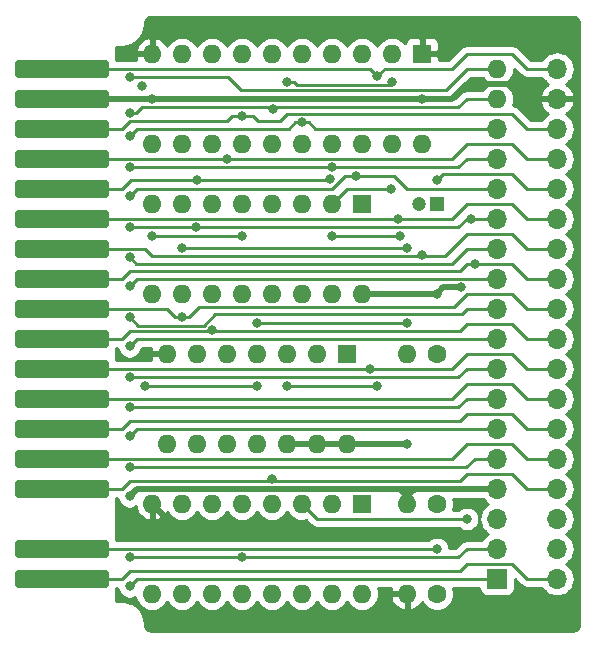
<source format=gbl>
G04 #@! TF.GenerationSoftware,KiCad,Pcbnew,(5.1.2-1)-1*
G04 #@! TF.CreationDate,2023-07-30T19:23:29+02:00*
G04 #@! TF.ProjectId,psg-riser,7073672d-7269-4736-9572-2e6b69636164,rev?*
G04 #@! TF.SameCoordinates,Original*
G04 #@! TF.FileFunction,Copper,L2,Bot*
G04 #@! TF.FilePolarity,Positive*
%FSLAX46Y46*%
G04 Gerber Fmt 4.6, Leading zero omitted, Abs format (unit mm)*
G04 Created by KiCad (PCBNEW (5.1.2-1)-1) date 2023-07-30 19:23:29*
%MOMM*%
%LPD*%
G04 APERTURE LIST*
%ADD10O,1.600000X1.600000*%
%ADD11R,1.600000X1.600000*%
%ADD12C,1.600000*%
%ADD13O,1.700000X1.700000*%
%ADD14R,1.700000X1.700000*%
%ADD15C,0.100000*%
%ADD16C,1.524000*%
%ADD17C,1.200000*%
%ADD18R,1.200000X1.200000*%
%ADD19C,0.800000*%
%ADD20C,0.250000*%
%ADD21C,0.500000*%
%ADD22C,0.254000*%
G04 APERTURE END LIST*
D10*
X54610000Y-69850000D03*
X36830000Y-62230000D03*
X52070000Y-69850000D03*
X39370000Y-62230000D03*
X49530000Y-69850000D03*
X41910000Y-62230000D03*
X46990000Y-69850000D03*
X44450000Y-62230000D03*
X44450000Y-69850000D03*
X46990000Y-62230000D03*
X41910000Y-69850000D03*
X49530000Y-62230000D03*
X39370000Y-69850000D03*
X52070000Y-62230000D03*
X36830000Y-69850000D03*
D11*
X54610000Y-62230000D03*
D10*
X53340000Y-57150000D03*
X38100000Y-49530000D03*
X50800000Y-57150000D03*
X40640000Y-49530000D03*
X48260000Y-57150000D03*
X43180000Y-49530000D03*
X45720000Y-57150000D03*
X45720000Y-49530000D03*
X43180000Y-57150000D03*
X48260000Y-49530000D03*
X40640000Y-57150000D03*
X50800000Y-49530000D03*
X38100000Y-57150000D03*
D11*
X53340000Y-49530000D03*
D10*
X59690000Y-31750000D03*
X36830000Y-24130000D03*
X57150000Y-31750000D03*
X39370000Y-24130000D03*
X54610000Y-31750000D03*
X41910000Y-24130000D03*
X52070000Y-31750000D03*
X44450000Y-24130000D03*
X49530000Y-31750000D03*
X46990000Y-24130000D03*
X46990000Y-31750000D03*
X49530000Y-24130000D03*
X44450000Y-31750000D03*
X52070000Y-24130000D03*
X41910000Y-31750000D03*
X54610000Y-24130000D03*
X39370000Y-31750000D03*
X57150000Y-24130000D03*
X36830000Y-31750000D03*
D11*
X59690000Y-24130000D03*
D10*
X54610000Y-44450000D03*
X36830000Y-36830000D03*
X52070000Y-44450000D03*
X39370000Y-36830000D03*
X49530000Y-44450000D03*
X41910000Y-36830000D03*
X46990000Y-44450000D03*
X44450000Y-36830000D03*
X44450000Y-44450000D03*
X46990000Y-36830000D03*
X41910000Y-44450000D03*
X49530000Y-36830000D03*
X39370000Y-44450000D03*
X52070000Y-36830000D03*
X36830000Y-44450000D03*
D11*
X54610000Y-36830000D03*
D10*
X58420000Y-49530000D03*
D12*
X60960000Y-49530000D03*
D10*
X58420000Y-69850000D03*
D12*
X60960000Y-69850000D03*
D10*
X58420000Y-62230000D03*
D12*
X60960000Y-62230000D03*
D13*
X66040000Y-60960000D03*
X71120000Y-45720000D03*
X66040000Y-43180000D03*
X71120000Y-43180000D03*
X66040000Y-40640000D03*
X71120000Y-40640000D03*
X66040000Y-38100000D03*
X71120000Y-38100000D03*
X66040000Y-35560000D03*
X71120000Y-35560000D03*
X66040000Y-33020000D03*
X71120000Y-33020000D03*
X66040000Y-30480000D03*
X71120000Y-30480000D03*
D10*
X66040000Y-27940000D03*
D13*
X71120000Y-27940000D03*
D10*
X66040000Y-25400000D03*
D13*
X71120000Y-25400000D03*
X71120000Y-58420000D03*
X71120000Y-48260000D03*
X66040000Y-45720000D03*
X71120000Y-60960000D03*
X66040000Y-58420000D03*
X71120000Y-55880000D03*
X66040000Y-53340000D03*
X71120000Y-53340000D03*
X66040000Y-50800000D03*
X71120000Y-50800000D03*
X66040000Y-48260000D03*
D14*
X66040000Y-68580000D03*
D13*
X71120000Y-63500000D03*
X66040000Y-55880000D03*
X71120000Y-68580000D03*
X71120000Y-66040000D03*
X66040000Y-63500000D03*
X66040000Y-66040000D03*
D15*
G36*
X32866345Y-24639835D02*
G01*
X32903329Y-24645321D01*
X32939598Y-24654406D01*
X32974802Y-24667002D01*
X33008602Y-24682988D01*
X33040672Y-24702210D01*
X33070704Y-24724483D01*
X33098408Y-24749592D01*
X33123517Y-24777296D01*
X33145790Y-24807328D01*
X33165012Y-24839398D01*
X33180998Y-24873198D01*
X33193594Y-24908402D01*
X33202679Y-24944671D01*
X33208165Y-24981655D01*
X33210000Y-25019000D01*
X33210000Y-25781000D01*
X33208165Y-25818345D01*
X33202679Y-25855329D01*
X33193594Y-25891598D01*
X33180998Y-25926802D01*
X33165012Y-25960602D01*
X33145790Y-25992672D01*
X33123517Y-26022704D01*
X33098408Y-26050408D01*
X33070704Y-26075517D01*
X33040672Y-26097790D01*
X33008602Y-26117012D01*
X32974802Y-26132998D01*
X32939598Y-26145594D01*
X32903329Y-26154679D01*
X32866345Y-26160165D01*
X32829000Y-26162000D01*
X25591000Y-26162000D01*
X25553655Y-26160165D01*
X25516671Y-26154679D01*
X25480402Y-26145594D01*
X25445198Y-26132998D01*
X25411398Y-26117012D01*
X25379328Y-26097790D01*
X25349296Y-26075517D01*
X25321592Y-26050408D01*
X25296483Y-26022704D01*
X25274210Y-25992672D01*
X25254988Y-25960602D01*
X25239002Y-25926802D01*
X25226406Y-25891598D01*
X25217321Y-25855329D01*
X25211835Y-25818345D01*
X25210000Y-25781000D01*
X25210000Y-25019000D01*
X25211835Y-24981655D01*
X25217321Y-24944671D01*
X25226406Y-24908402D01*
X25239002Y-24873198D01*
X25254988Y-24839398D01*
X25274210Y-24807328D01*
X25296483Y-24777296D01*
X25321592Y-24749592D01*
X25349296Y-24724483D01*
X25379328Y-24702210D01*
X25411398Y-24682988D01*
X25445198Y-24667002D01*
X25480402Y-24654406D01*
X25516671Y-24645321D01*
X25553655Y-24639835D01*
X25591000Y-24638000D01*
X32829000Y-24638000D01*
X32866345Y-24639835D01*
X32866345Y-24639835D01*
G37*
D16*
X29210000Y-25400000D03*
D15*
G36*
X32866345Y-27179835D02*
G01*
X32903329Y-27185321D01*
X32939598Y-27194406D01*
X32974802Y-27207002D01*
X33008602Y-27222988D01*
X33040672Y-27242210D01*
X33070704Y-27264483D01*
X33098408Y-27289592D01*
X33123517Y-27317296D01*
X33145790Y-27347328D01*
X33165012Y-27379398D01*
X33180998Y-27413198D01*
X33193594Y-27448402D01*
X33202679Y-27484671D01*
X33208165Y-27521655D01*
X33210000Y-27559000D01*
X33210000Y-28321000D01*
X33208165Y-28358345D01*
X33202679Y-28395329D01*
X33193594Y-28431598D01*
X33180998Y-28466802D01*
X33165012Y-28500602D01*
X33145790Y-28532672D01*
X33123517Y-28562704D01*
X33098408Y-28590408D01*
X33070704Y-28615517D01*
X33040672Y-28637790D01*
X33008602Y-28657012D01*
X32974802Y-28672998D01*
X32939598Y-28685594D01*
X32903329Y-28694679D01*
X32866345Y-28700165D01*
X32829000Y-28702000D01*
X25591000Y-28702000D01*
X25553655Y-28700165D01*
X25516671Y-28694679D01*
X25480402Y-28685594D01*
X25445198Y-28672998D01*
X25411398Y-28657012D01*
X25379328Y-28637790D01*
X25349296Y-28615517D01*
X25321592Y-28590408D01*
X25296483Y-28562704D01*
X25274210Y-28532672D01*
X25254988Y-28500602D01*
X25239002Y-28466802D01*
X25226406Y-28431598D01*
X25217321Y-28395329D01*
X25211835Y-28358345D01*
X25210000Y-28321000D01*
X25210000Y-27559000D01*
X25211835Y-27521655D01*
X25217321Y-27484671D01*
X25226406Y-27448402D01*
X25239002Y-27413198D01*
X25254988Y-27379398D01*
X25274210Y-27347328D01*
X25296483Y-27317296D01*
X25321592Y-27289592D01*
X25349296Y-27264483D01*
X25379328Y-27242210D01*
X25411398Y-27222988D01*
X25445198Y-27207002D01*
X25480402Y-27194406D01*
X25516671Y-27185321D01*
X25553655Y-27179835D01*
X25591000Y-27178000D01*
X32829000Y-27178000D01*
X32866345Y-27179835D01*
X32866345Y-27179835D01*
G37*
D16*
X29210000Y-27940000D03*
D15*
G36*
X32866345Y-29719835D02*
G01*
X32903329Y-29725321D01*
X32939598Y-29734406D01*
X32974802Y-29747002D01*
X33008602Y-29762988D01*
X33040672Y-29782210D01*
X33070704Y-29804483D01*
X33098408Y-29829592D01*
X33123517Y-29857296D01*
X33145790Y-29887328D01*
X33165012Y-29919398D01*
X33180998Y-29953198D01*
X33193594Y-29988402D01*
X33202679Y-30024671D01*
X33208165Y-30061655D01*
X33210000Y-30099000D01*
X33210000Y-30861000D01*
X33208165Y-30898345D01*
X33202679Y-30935329D01*
X33193594Y-30971598D01*
X33180998Y-31006802D01*
X33165012Y-31040602D01*
X33145790Y-31072672D01*
X33123517Y-31102704D01*
X33098408Y-31130408D01*
X33070704Y-31155517D01*
X33040672Y-31177790D01*
X33008602Y-31197012D01*
X32974802Y-31212998D01*
X32939598Y-31225594D01*
X32903329Y-31234679D01*
X32866345Y-31240165D01*
X32829000Y-31242000D01*
X25591000Y-31242000D01*
X25553655Y-31240165D01*
X25516671Y-31234679D01*
X25480402Y-31225594D01*
X25445198Y-31212998D01*
X25411398Y-31197012D01*
X25379328Y-31177790D01*
X25349296Y-31155517D01*
X25321592Y-31130408D01*
X25296483Y-31102704D01*
X25274210Y-31072672D01*
X25254988Y-31040602D01*
X25239002Y-31006802D01*
X25226406Y-30971598D01*
X25217321Y-30935329D01*
X25211835Y-30898345D01*
X25210000Y-30861000D01*
X25210000Y-30099000D01*
X25211835Y-30061655D01*
X25217321Y-30024671D01*
X25226406Y-29988402D01*
X25239002Y-29953198D01*
X25254988Y-29919398D01*
X25274210Y-29887328D01*
X25296483Y-29857296D01*
X25321592Y-29829592D01*
X25349296Y-29804483D01*
X25379328Y-29782210D01*
X25411398Y-29762988D01*
X25445198Y-29747002D01*
X25480402Y-29734406D01*
X25516671Y-29725321D01*
X25553655Y-29719835D01*
X25591000Y-29718000D01*
X32829000Y-29718000D01*
X32866345Y-29719835D01*
X32866345Y-29719835D01*
G37*
D16*
X29210000Y-30480000D03*
D15*
G36*
X32866345Y-32259835D02*
G01*
X32903329Y-32265321D01*
X32939598Y-32274406D01*
X32974802Y-32287002D01*
X33008602Y-32302988D01*
X33040672Y-32322210D01*
X33070704Y-32344483D01*
X33098408Y-32369592D01*
X33123517Y-32397296D01*
X33145790Y-32427328D01*
X33165012Y-32459398D01*
X33180998Y-32493198D01*
X33193594Y-32528402D01*
X33202679Y-32564671D01*
X33208165Y-32601655D01*
X33210000Y-32639000D01*
X33210000Y-33401000D01*
X33208165Y-33438345D01*
X33202679Y-33475329D01*
X33193594Y-33511598D01*
X33180998Y-33546802D01*
X33165012Y-33580602D01*
X33145790Y-33612672D01*
X33123517Y-33642704D01*
X33098408Y-33670408D01*
X33070704Y-33695517D01*
X33040672Y-33717790D01*
X33008602Y-33737012D01*
X32974802Y-33752998D01*
X32939598Y-33765594D01*
X32903329Y-33774679D01*
X32866345Y-33780165D01*
X32829000Y-33782000D01*
X25591000Y-33782000D01*
X25553655Y-33780165D01*
X25516671Y-33774679D01*
X25480402Y-33765594D01*
X25445198Y-33752998D01*
X25411398Y-33737012D01*
X25379328Y-33717790D01*
X25349296Y-33695517D01*
X25321592Y-33670408D01*
X25296483Y-33642704D01*
X25274210Y-33612672D01*
X25254988Y-33580602D01*
X25239002Y-33546802D01*
X25226406Y-33511598D01*
X25217321Y-33475329D01*
X25211835Y-33438345D01*
X25210000Y-33401000D01*
X25210000Y-32639000D01*
X25211835Y-32601655D01*
X25217321Y-32564671D01*
X25226406Y-32528402D01*
X25239002Y-32493198D01*
X25254988Y-32459398D01*
X25274210Y-32427328D01*
X25296483Y-32397296D01*
X25321592Y-32369592D01*
X25349296Y-32344483D01*
X25379328Y-32322210D01*
X25411398Y-32302988D01*
X25445198Y-32287002D01*
X25480402Y-32274406D01*
X25516671Y-32265321D01*
X25553655Y-32259835D01*
X25591000Y-32258000D01*
X32829000Y-32258000D01*
X32866345Y-32259835D01*
X32866345Y-32259835D01*
G37*
D16*
X29210000Y-33020000D03*
D15*
G36*
X32866345Y-34799835D02*
G01*
X32903329Y-34805321D01*
X32939598Y-34814406D01*
X32974802Y-34827002D01*
X33008602Y-34842988D01*
X33040672Y-34862210D01*
X33070704Y-34884483D01*
X33098408Y-34909592D01*
X33123517Y-34937296D01*
X33145790Y-34967328D01*
X33165012Y-34999398D01*
X33180998Y-35033198D01*
X33193594Y-35068402D01*
X33202679Y-35104671D01*
X33208165Y-35141655D01*
X33210000Y-35179000D01*
X33210000Y-35941000D01*
X33208165Y-35978345D01*
X33202679Y-36015329D01*
X33193594Y-36051598D01*
X33180998Y-36086802D01*
X33165012Y-36120602D01*
X33145790Y-36152672D01*
X33123517Y-36182704D01*
X33098408Y-36210408D01*
X33070704Y-36235517D01*
X33040672Y-36257790D01*
X33008602Y-36277012D01*
X32974802Y-36292998D01*
X32939598Y-36305594D01*
X32903329Y-36314679D01*
X32866345Y-36320165D01*
X32829000Y-36322000D01*
X25591000Y-36322000D01*
X25553655Y-36320165D01*
X25516671Y-36314679D01*
X25480402Y-36305594D01*
X25445198Y-36292998D01*
X25411398Y-36277012D01*
X25379328Y-36257790D01*
X25349296Y-36235517D01*
X25321592Y-36210408D01*
X25296483Y-36182704D01*
X25274210Y-36152672D01*
X25254988Y-36120602D01*
X25239002Y-36086802D01*
X25226406Y-36051598D01*
X25217321Y-36015329D01*
X25211835Y-35978345D01*
X25210000Y-35941000D01*
X25210000Y-35179000D01*
X25211835Y-35141655D01*
X25217321Y-35104671D01*
X25226406Y-35068402D01*
X25239002Y-35033198D01*
X25254988Y-34999398D01*
X25274210Y-34967328D01*
X25296483Y-34937296D01*
X25321592Y-34909592D01*
X25349296Y-34884483D01*
X25379328Y-34862210D01*
X25411398Y-34842988D01*
X25445198Y-34827002D01*
X25480402Y-34814406D01*
X25516671Y-34805321D01*
X25553655Y-34799835D01*
X25591000Y-34798000D01*
X32829000Y-34798000D01*
X32866345Y-34799835D01*
X32866345Y-34799835D01*
G37*
D16*
X29210000Y-35560000D03*
D15*
G36*
X32866345Y-37339835D02*
G01*
X32903329Y-37345321D01*
X32939598Y-37354406D01*
X32974802Y-37367002D01*
X33008602Y-37382988D01*
X33040672Y-37402210D01*
X33070704Y-37424483D01*
X33098408Y-37449592D01*
X33123517Y-37477296D01*
X33145790Y-37507328D01*
X33165012Y-37539398D01*
X33180998Y-37573198D01*
X33193594Y-37608402D01*
X33202679Y-37644671D01*
X33208165Y-37681655D01*
X33210000Y-37719000D01*
X33210000Y-38481000D01*
X33208165Y-38518345D01*
X33202679Y-38555329D01*
X33193594Y-38591598D01*
X33180998Y-38626802D01*
X33165012Y-38660602D01*
X33145790Y-38692672D01*
X33123517Y-38722704D01*
X33098408Y-38750408D01*
X33070704Y-38775517D01*
X33040672Y-38797790D01*
X33008602Y-38817012D01*
X32974802Y-38832998D01*
X32939598Y-38845594D01*
X32903329Y-38854679D01*
X32866345Y-38860165D01*
X32829000Y-38862000D01*
X25591000Y-38862000D01*
X25553655Y-38860165D01*
X25516671Y-38854679D01*
X25480402Y-38845594D01*
X25445198Y-38832998D01*
X25411398Y-38817012D01*
X25379328Y-38797790D01*
X25349296Y-38775517D01*
X25321592Y-38750408D01*
X25296483Y-38722704D01*
X25274210Y-38692672D01*
X25254988Y-38660602D01*
X25239002Y-38626802D01*
X25226406Y-38591598D01*
X25217321Y-38555329D01*
X25211835Y-38518345D01*
X25210000Y-38481000D01*
X25210000Y-37719000D01*
X25211835Y-37681655D01*
X25217321Y-37644671D01*
X25226406Y-37608402D01*
X25239002Y-37573198D01*
X25254988Y-37539398D01*
X25274210Y-37507328D01*
X25296483Y-37477296D01*
X25321592Y-37449592D01*
X25349296Y-37424483D01*
X25379328Y-37402210D01*
X25411398Y-37382988D01*
X25445198Y-37367002D01*
X25480402Y-37354406D01*
X25516671Y-37345321D01*
X25553655Y-37339835D01*
X25591000Y-37338000D01*
X32829000Y-37338000D01*
X32866345Y-37339835D01*
X32866345Y-37339835D01*
G37*
D16*
X29210000Y-38100000D03*
D15*
G36*
X32866345Y-39879835D02*
G01*
X32903329Y-39885321D01*
X32939598Y-39894406D01*
X32974802Y-39907002D01*
X33008602Y-39922988D01*
X33040672Y-39942210D01*
X33070704Y-39964483D01*
X33098408Y-39989592D01*
X33123517Y-40017296D01*
X33145790Y-40047328D01*
X33165012Y-40079398D01*
X33180998Y-40113198D01*
X33193594Y-40148402D01*
X33202679Y-40184671D01*
X33208165Y-40221655D01*
X33210000Y-40259000D01*
X33210000Y-41021000D01*
X33208165Y-41058345D01*
X33202679Y-41095329D01*
X33193594Y-41131598D01*
X33180998Y-41166802D01*
X33165012Y-41200602D01*
X33145790Y-41232672D01*
X33123517Y-41262704D01*
X33098408Y-41290408D01*
X33070704Y-41315517D01*
X33040672Y-41337790D01*
X33008602Y-41357012D01*
X32974802Y-41372998D01*
X32939598Y-41385594D01*
X32903329Y-41394679D01*
X32866345Y-41400165D01*
X32829000Y-41402000D01*
X25591000Y-41402000D01*
X25553655Y-41400165D01*
X25516671Y-41394679D01*
X25480402Y-41385594D01*
X25445198Y-41372998D01*
X25411398Y-41357012D01*
X25379328Y-41337790D01*
X25349296Y-41315517D01*
X25321592Y-41290408D01*
X25296483Y-41262704D01*
X25274210Y-41232672D01*
X25254988Y-41200602D01*
X25239002Y-41166802D01*
X25226406Y-41131598D01*
X25217321Y-41095329D01*
X25211835Y-41058345D01*
X25210000Y-41021000D01*
X25210000Y-40259000D01*
X25211835Y-40221655D01*
X25217321Y-40184671D01*
X25226406Y-40148402D01*
X25239002Y-40113198D01*
X25254988Y-40079398D01*
X25274210Y-40047328D01*
X25296483Y-40017296D01*
X25321592Y-39989592D01*
X25349296Y-39964483D01*
X25379328Y-39942210D01*
X25411398Y-39922988D01*
X25445198Y-39907002D01*
X25480402Y-39894406D01*
X25516671Y-39885321D01*
X25553655Y-39879835D01*
X25591000Y-39878000D01*
X32829000Y-39878000D01*
X32866345Y-39879835D01*
X32866345Y-39879835D01*
G37*
D16*
X29210000Y-40640000D03*
D15*
G36*
X32866345Y-42419835D02*
G01*
X32903329Y-42425321D01*
X32939598Y-42434406D01*
X32974802Y-42447002D01*
X33008602Y-42462988D01*
X33040672Y-42482210D01*
X33070704Y-42504483D01*
X33098408Y-42529592D01*
X33123517Y-42557296D01*
X33145790Y-42587328D01*
X33165012Y-42619398D01*
X33180998Y-42653198D01*
X33193594Y-42688402D01*
X33202679Y-42724671D01*
X33208165Y-42761655D01*
X33210000Y-42799000D01*
X33210000Y-43561000D01*
X33208165Y-43598345D01*
X33202679Y-43635329D01*
X33193594Y-43671598D01*
X33180998Y-43706802D01*
X33165012Y-43740602D01*
X33145790Y-43772672D01*
X33123517Y-43802704D01*
X33098408Y-43830408D01*
X33070704Y-43855517D01*
X33040672Y-43877790D01*
X33008602Y-43897012D01*
X32974802Y-43912998D01*
X32939598Y-43925594D01*
X32903329Y-43934679D01*
X32866345Y-43940165D01*
X32829000Y-43942000D01*
X25591000Y-43942000D01*
X25553655Y-43940165D01*
X25516671Y-43934679D01*
X25480402Y-43925594D01*
X25445198Y-43912998D01*
X25411398Y-43897012D01*
X25379328Y-43877790D01*
X25349296Y-43855517D01*
X25321592Y-43830408D01*
X25296483Y-43802704D01*
X25274210Y-43772672D01*
X25254988Y-43740602D01*
X25239002Y-43706802D01*
X25226406Y-43671598D01*
X25217321Y-43635329D01*
X25211835Y-43598345D01*
X25210000Y-43561000D01*
X25210000Y-42799000D01*
X25211835Y-42761655D01*
X25217321Y-42724671D01*
X25226406Y-42688402D01*
X25239002Y-42653198D01*
X25254988Y-42619398D01*
X25274210Y-42587328D01*
X25296483Y-42557296D01*
X25321592Y-42529592D01*
X25349296Y-42504483D01*
X25379328Y-42482210D01*
X25411398Y-42462988D01*
X25445198Y-42447002D01*
X25480402Y-42434406D01*
X25516671Y-42425321D01*
X25553655Y-42419835D01*
X25591000Y-42418000D01*
X32829000Y-42418000D01*
X32866345Y-42419835D01*
X32866345Y-42419835D01*
G37*
D16*
X29210000Y-43180000D03*
D15*
G36*
X32866345Y-44959835D02*
G01*
X32903329Y-44965321D01*
X32939598Y-44974406D01*
X32974802Y-44987002D01*
X33008602Y-45002988D01*
X33040672Y-45022210D01*
X33070704Y-45044483D01*
X33098408Y-45069592D01*
X33123517Y-45097296D01*
X33145790Y-45127328D01*
X33165012Y-45159398D01*
X33180998Y-45193198D01*
X33193594Y-45228402D01*
X33202679Y-45264671D01*
X33208165Y-45301655D01*
X33210000Y-45339000D01*
X33210000Y-46101000D01*
X33208165Y-46138345D01*
X33202679Y-46175329D01*
X33193594Y-46211598D01*
X33180998Y-46246802D01*
X33165012Y-46280602D01*
X33145790Y-46312672D01*
X33123517Y-46342704D01*
X33098408Y-46370408D01*
X33070704Y-46395517D01*
X33040672Y-46417790D01*
X33008602Y-46437012D01*
X32974802Y-46452998D01*
X32939598Y-46465594D01*
X32903329Y-46474679D01*
X32866345Y-46480165D01*
X32829000Y-46482000D01*
X25591000Y-46482000D01*
X25553655Y-46480165D01*
X25516671Y-46474679D01*
X25480402Y-46465594D01*
X25445198Y-46452998D01*
X25411398Y-46437012D01*
X25379328Y-46417790D01*
X25349296Y-46395517D01*
X25321592Y-46370408D01*
X25296483Y-46342704D01*
X25274210Y-46312672D01*
X25254988Y-46280602D01*
X25239002Y-46246802D01*
X25226406Y-46211598D01*
X25217321Y-46175329D01*
X25211835Y-46138345D01*
X25210000Y-46101000D01*
X25210000Y-45339000D01*
X25211835Y-45301655D01*
X25217321Y-45264671D01*
X25226406Y-45228402D01*
X25239002Y-45193198D01*
X25254988Y-45159398D01*
X25274210Y-45127328D01*
X25296483Y-45097296D01*
X25321592Y-45069592D01*
X25349296Y-45044483D01*
X25379328Y-45022210D01*
X25411398Y-45002988D01*
X25445198Y-44987002D01*
X25480402Y-44974406D01*
X25516671Y-44965321D01*
X25553655Y-44959835D01*
X25591000Y-44958000D01*
X32829000Y-44958000D01*
X32866345Y-44959835D01*
X32866345Y-44959835D01*
G37*
D16*
X29210000Y-45720000D03*
D15*
G36*
X32866345Y-47499835D02*
G01*
X32903329Y-47505321D01*
X32939598Y-47514406D01*
X32974802Y-47527002D01*
X33008602Y-47542988D01*
X33040672Y-47562210D01*
X33070704Y-47584483D01*
X33098408Y-47609592D01*
X33123517Y-47637296D01*
X33145790Y-47667328D01*
X33165012Y-47699398D01*
X33180998Y-47733198D01*
X33193594Y-47768402D01*
X33202679Y-47804671D01*
X33208165Y-47841655D01*
X33210000Y-47879000D01*
X33210000Y-48641000D01*
X33208165Y-48678345D01*
X33202679Y-48715329D01*
X33193594Y-48751598D01*
X33180998Y-48786802D01*
X33165012Y-48820602D01*
X33145790Y-48852672D01*
X33123517Y-48882704D01*
X33098408Y-48910408D01*
X33070704Y-48935517D01*
X33040672Y-48957790D01*
X33008602Y-48977012D01*
X32974802Y-48992998D01*
X32939598Y-49005594D01*
X32903329Y-49014679D01*
X32866345Y-49020165D01*
X32829000Y-49022000D01*
X25591000Y-49022000D01*
X25553655Y-49020165D01*
X25516671Y-49014679D01*
X25480402Y-49005594D01*
X25445198Y-48992998D01*
X25411398Y-48977012D01*
X25379328Y-48957790D01*
X25349296Y-48935517D01*
X25321592Y-48910408D01*
X25296483Y-48882704D01*
X25274210Y-48852672D01*
X25254988Y-48820602D01*
X25239002Y-48786802D01*
X25226406Y-48751598D01*
X25217321Y-48715329D01*
X25211835Y-48678345D01*
X25210000Y-48641000D01*
X25210000Y-47879000D01*
X25211835Y-47841655D01*
X25217321Y-47804671D01*
X25226406Y-47768402D01*
X25239002Y-47733198D01*
X25254988Y-47699398D01*
X25274210Y-47667328D01*
X25296483Y-47637296D01*
X25321592Y-47609592D01*
X25349296Y-47584483D01*
X25379328Y-47562210D01*
X25411398Y-47542988D01*
X25445198Y-47527002D01*
X25480402Y-47514406D01*
X25516671Y-47505321D01*
X25553655Y-47499835D01*
X25591000Y-47498000D01*
X32829000Y-47498000D01*
X32866345Y-47499835D01*
X32866345Y-47499835D01*
G37*
D16*
X29210000Y-48260000D03*
D15*
G36*
X32866345Y-50039835D02*
G01*
X32903329Y-50045321D01*
X32939598Y-50054406D01*
X32974802Y-50067002D01*
X33008602Y-50082988D01*
X33040672Y-50102210D01*
X33070704Y-50124483D01*
X33098408Y-50149592D01*
X33123517Y-50177296D01*
X33145790Y-50207328D01*
X33165012Y-50239398D01*
X33180998Y-50273198D01*
X33193594Y-50308402D01*
X33202679Y-50344671D01*
X33208165Y-50381655D01*
X33210000Y-50419000D01*
X33210000Y-51181000D01*
X33208165Y-51218345D01*
X33202679Y-51255329D01*
X33193594Y-51291598D01*
X33180998Y-51326802D01*
X33165012Y-51360602D01*
X33145790Y-51392672D01*
X33123517Y-51422704D01*
X33098408Y-51450408D01*
X33070704Y-51475517D01*
X33040672Y-51497790D01*
X33008602Y-51517012D01*
X32974802Y-51532998D01*
X32939598Y-51545594D01*
X32903329Y-51554679D01*
X32866345Y-51560165D01*
X32829000Y-51562000D01*
X25591000Y-51562000D01*
X25553655Y-51560165D01*
X25516671Y-51554679D01*
X25480402Y-51545594D01*
X25445198Y-51532998D01*
X25411398Y-51517012D01*
X25379328Y-51497790D01*
X25349296Y-51475517D01*
X25321592Y-51450408D01*
X25296483Y-51422704D01*
X25274210Y-51392672D01*
X25254988Y-51360602D01*
X25239002Y-51326802D01*
X25226406Y-51291598D01*
X25217321Y-51255329D01*
X25211835Y-51218345D01*
X25210000Y-51181000D01*
X25210000Y-50419000D01*
X25211835Y-50381655D01*
X25217321Y-50344671D01*
X25226406Y-50308402D01*
X25239002Y-50273198D01*
X25254988Y-50239398D01*
X25274210Y-50207328D01*
X25296483Y-50177296D01*
X25321592Y-50149592D01*
X25349296Y-50124483D01*
X25379328Y-50102210D01*
X25411398Y-50082988D01*
X25445198Y-50067002D01*
X25480402Y-50054406D01*
X25516671Y-50045321D01*
X25553655Y-50039835D01*
X25591000Y-50038000D01*
X32829000Y-50038000D01*
X32866345Y-50039835D01*
X32866345Y-50039835D01*
G37*
D16*
X29210000Y-50800000D03*
D15*
G36*
X32866345Y-52579835D02*
G01*
X32903329Y-52585321D01*
X32939598Y-52594406D01*
X32974802Y-52607002D01*
X33008602Y-52622988D01*
X33040672Y-52642210D01*
X33070704Y-52664483D01*
X33098408Y-52689592D01*
X33123517Y-52717296D01*
X33145790Y-52747328D01*
X33165012Y-52779398D01*
X33180998Y-52813198D01*
X33193594Y-52848402D01*
X33202679Y-52884671D01*
X33208165Y-52921655D01*
X33210000Y-52959000D01*
X33210000Y-53721000D01*
X33208165Y-53758345D01*
X33202679Y-53795329D01*
X33193594Y-53831598D01*
X33180998Y-53866802D01*
X33165012Y-53900602D01*
X33145790Y-53932672D01*
X33123517Y-53962704D01*
X33098408Y-53990408D01*
X33070704Y-54015517D01*
X33040672Y-54037790D01*
X33008602Y-54057012D01*
X32974802Y-54072998D01*
X32939598Y-54085594D01*
X32903329Y-54094679D01*
X32866345Y-54100165D01*
X32829000Y-54102000D01*
X25591000Y-54102000D01*
X25553655Y-54100165D01*
X25516671Y-54094679D01*
X25480402Y-54085594D01*
X25445198Y-54072998D01*
X25411398Y-54057012D01*
X25379328Y-54037790D01*
X25349296Y-54015517D01*
X25321592Y-53990408D01*
X25296483Y-53962704D01*
X25274210Y-53932672D01*
X25254988Y-53900602D01*
X25239002Y-53866802D01*
X25226406Y-53831598D01*
X25217321Y-53795329D01*
X25211835Y-53758345D01*
X25210000Y-53721000D01*
X25210000Y-52959000D01*
X25211835Y-52921655D01*
X25217321Y-52884671D01*
X25226406Y-52848402D01*
X25239002Y-52813198D01*
X25254988Y-52779398D01*
X25274210Y-52747328D01*
X25296483Y-52717296D01*
X25321592Y-52689592D01*
X25349296Y-52664483D01*
X25379328Y-52642210D01*
X25411398Y-52622988D01*
X25445198Y-52607002D01*
X25480402Y-52594406D01*
X25516671Y-52585321D01*
X25553655Y-52579835D01*
X25591000Y-52578000D01*
X32829000Y-52578000D01*
X32866345Y-52579835D01*
X32866345Y-52579835D01*
G37*
D16*
X29210000Y-53340000D03*
D15*
G36*
X32866345Y-55119835D02*
G01*
X32903329Y-55125321D01*
X32939598Y-55134406D01*
X32974802Y-55147002D01*
X33008602Y-55162988D01*
X33040672Y-55182210D01*
X33070704Y-55204483D01*
X33098408Y-55229592D01*
X33123517Y-55257296D01*
X33145790Y-55287328D01*
X33165012Y-55319398D01*
X33180998Y-55353198D01*
X33193594Y-55388402D01*
X33202679Y-55424671D01*
X33208165Y-55461655D01*
X33210000Y-55499000D01*
X33210000Y-56261000D01*
X33208165Y-56298345D01*
X33202679Y-56335329D01*
X33193594Y-56371598D01*
X33180998Y-56406802D01*
X33165012Y-56440602D01*
X33145790Y-56472672D01*
X33123517Y-56502704D01*
X33098408Y-56530408D01*
X33070704Y-56555517D01*
X33040672Y-56577790D01*
X33008602Y-56597012D01*
X32974802Y-56612998D01*
X32939598Y-56625594D01*
X32903329Y-56634679D01*
X32866345Y-56640165D01*
X32829000Y-56642000D01*
X25591000Y-56642000D01*
X25553655Y-56640165D01*
X25516671Y-56634679D01*
X25480402Y-56625594D01*
X25445198Y-56612998D01*
X25411398Y-56597012D01*
X25379328Y-56577790D01*
X25349296Y-56555517D01*
X25321592Y-56530408D01*
X25296483Y-56502704D01*
X25274210Y-56472672D01*
X25254988Y-56440602D01*
X25239002Y-56406802D01*
X25226406Y-56371598D01*
X25217321Y-56335329D01*
X25211835Y-56298345D01*
X25210000Y-56261000D01*
X25210000Y-55499000D01*
X25211835Y-55461655D01*
X25217321Y-55424671D01*
X25226406Y-55388402D01*
X25239002Y-55353198D01*
X25254988Y-55319398D01*
X25274210Y-55287328D01*
X25296483Y-55257296D01*
X25321592Y-55229592D01*
X25349296Y-55204483D01*
X25379328Y-55182210D01*
X25411398Y-55162988D01*
X25445198Y-55147002D01*
X25480402Y-55134406D01*
X25516671Y-55125321D01*
X25553655Y-55119835D01*
X25591000Y-55118000D01*
X32829000Y-55118000D01*
X32866345Y-55119835D01*
X32866345Y-55119835D01*
G37*
D16*
X29210000Y-55880000D03*
D15*
G36*
X32866345Y-57659835D02*
G01*
X32903329Y-57665321D01*
X32939598Y-57674406D01*
X32974802Y-57687002D01*
X33008602Y-57702988D01*
X33040672Y-57722210D01*
X33070704Y-57744483D01*
X33098408Y-57769592D01*
X33123517Y-57797296D01*
X33145790Y-57827328D01*
X33165012Y-57859398D01*
X33180998Y-57893198D01*
X33193594Y-57928402D01*
X33202679Y-57964671D01*
X33208165Y-58001655D01*
X33210000Y-58039000D01*
X33210000Y-58801000D01*
X33208165Y-58838345D01*
X33202679Y-58875329D01*
X33193594Y-58911598D01*
X33180998Y-58946802D01*
X33165012Y-58980602D01*
X33145790Y-59012672D01*
X33123517Y-59042704D01*
X33098408Y-59070408D01*
X33070704Y-59095517D01*
X33040672Y-59117790D01*
X33008602Y-59137012D01*
X32974802Y-59152998D01*
X32939598Y-59165594D01*
X32903329Y-59174679D01*
X32866345Y-59180165D01*
X32829000Y-59182000D01*
X25591000Y-59182000D01*
X25553655Y-59180165D01*
X25516671Y-59174679D01*
X25480402Y-59165594D01*
X25445198Y-59152998D01*
X25411398Y-59137012D01*
X25379328Y-59117790D01*
X25349296Y-59095517D01*
X25321592Y-59070408D01*
X25296483Y-59042704D01*
X25274210Y-59012672D01*
X25254988Y-58980602D01*
X25239002Y-58946802D01*
X25226406Y-58911598D01*
X25217321Y-58875329D01*
X25211835Y-58838345D01*
X25210000Y-58801000D01*
X25210000Y-58039000D01*
X25211835Y-58001655D01*
X25217321Y-57964671D01*
X25226406Y-57928402D01*
X25239002Y-57893198D01*
X25254988Y-57859398D01*
X25274210Y-57827328D01*
X25296483Y-57797296D01*
X25321592Y-57769592D01*
X25349296Y-57744483D01*
X25379328Y-57722210D01*
X25411398Y-57702988D01*
X25445198Y-57687002D01*
X25480402Y-57674406D01*
X25516671Y-57665321D01*
X25553655Y-57659835D01*
X25591000Y-57658000D01*
X32829000Y-57658000D01*
X32866345Y-57659835D01*
X32866345Y-57659835D01*
G37*
D16*
X29210000Y-58420000D03*
D15*
G36*
X32866345Y-60199835D02*
G01*
X32903329Y-60205321D01*
X32939598Y-60214406D01*
X32974802Y-60227002D01*
X33008602Y-60242988D01*
X33040672Y-60262210D01*
X33070704Y-60284483D01*
X33098408Y-60309592D01*
X33123517Y-60337296D01*
X33145790Y-60367328D01*
X33165012Y-60399398D01*
X33180998Y-60433198D01*
X33193594Y-60468402D01*
X33202679Y-60504671D01*
X33208165Y-60541655D01*
X33210000Y-60579000D01*
X33210000Y-61341000D01*
X33208165Y-61378345D01*
X33202679Y-61415329D01*
X33193594Y-61451598D01*
X33180998Y-61486802D01*
X33165012Y-61520602D01*
X33145790Y-61552672D01*
X33123517Y-61582704D01*
X33098408Y-61610408D01*
X33070704Y-61635517D01*
X33040672Y-61657790D01*
X33008602Y-61677012D01*
X32974802Y-61692998D01*
X32939598Y-61705594D01*
X32903329Y-61714679D01*
X32866345Y-61720165D01*
X32829000Y-61722000D01*
X25591000Y-61722000D01*
X25553655Y-61720165D01*
X25516671Y-61714679D01*
X25480402Y-61705594D01*
X25445198Y-61692998D01*
X25411398Y-61677012D01*
X25379328Y-61657790D01*
X25349296Y-61635517D01*
X25321592Y-61610408D01*
X25296483Y-61582704D01*
X25274210Y-61552672D01*
X25254988Y-61520602D01*
X25239002Y-61486802D01*
X25226406Y-61451598D01*
X25217321Y-61415329D01*
X25211835Y-61378345D01*
X25210000Y-61341000D01*
X25210000Y-60579000D01*
X25211835Y-60541655D01*
X25217321Y-60504671D01*
X25226406Y-60468402D01*
X25239002Y-60433198D01*
X25254988Y-60399398D01*
X25274210Y-60367328D01*
X25296483Y-60337296D01*
X25321592Y-60309592D01*
X25349296Y-60284483D01*
X25379328Y-60262210D01*
X25411398Y-60242988D01*
X25445198Y-60227002D01*
X25480402Y-60214406D01*
X25516671Y-60205321D01*
X25553655Y-60199835D01*
X25591000Y-60198000D01*
X32829000Y-60198000D01*
X32866345Y-60199835D01*
X32866345Y-60199835D01*
G37*
D16*
X29210000Y-60960000D03*
D15*
G36*
X32866345Y-65279835D02*
G01*
X32903329Y-65285321D01*
X32939598Y-65294406D01*
X32974802Y-65307002D01*
X33008602Y-65322988D01*
X33040672Y-65342210D01*
X33070704Y-65364483D01*
X33098408Y-65389592D01*
X33123517Y-65417296D01*
X33145790Y-65447328D01*
X33165012Y-65479398D01*
X33180998Y-65513198D01*
X33193594Y-65548402D01*
X33202679Y-65584671D01*
X33208165Y-65621655D01*
X33210000Y-65659000D01*
X33210000Y-66421000D01*
X33208165Y-66458345D01*
X33202679Y-66495329D01*
X33193594Y-66531598D01*
X33180998Y-66566802D01*
X33165012Y-66600602D01*
X33145790Y-66632672D01*
X33123517Y-66662704D01*
X33098408Y-66690408D01*
X33070704Y-66715517D01*
X33040672Y-66737790D01*
X33008602Y-66757012D01*
X32974802Y-66772998D01*
X32939598Y-66785594D01*
X32903329Y-66794679D01*
X32866345Y-66800165D01*
X32829000Y-66802000D01*
X25591000Y-66802000D01*
X25553655Y-66800165D01*
X25516671Y-66794679D01*
X25480402Y-66785594D01*
X25445198Y-66772998D01*
X25411398Y-66757012D01*
X25379328Y-66737790D01*
X25349296Y-66715517D01*
X25321592Y-66690408D01*
X25296483Y-66662704D01*
X25274210Y-66632672D01*
X25254988Y-66600602D01*
X25239002Y-66566802D01*
X25226406Y-66531598D01*
X25217321Y-66495329D01*
X25211835Y-66458345D01*
X25210000Y-66421000D01*
X25210000Y-65659000D01*
X25211835Y-65621655D01*
X25217321Y-65584671D01*
X25226406Y-65548402D01*
X25239002Y-65513198D01*
X25254988Y-65479398D01*
X25274210Y-65447328D01*
X25296483Y-65417296D01*
X25321592Y-65389592D01*
X25349296Y-65364483D01*
X25379328Y-65342210D01*
X25411398Y-65322988D01*
X25445198Y-65307002D01*
X25480402Y-65294406D01*
X25516671Y-65285321D01*
X25553655Y-65279835D01*
X25591000Y-65278000D01*
X32829000Y-65278000D01*
X32866345Y-65279835D01*
X32866345Y-65279835D01*
G37*
D16*
X29210000Y-66040000D03*
D15*
G36*
X32866345Y-67819835D02*
G01*
X32903329Y-67825321D01*
X32939598Y-67834406D01*
X32974802Y-67847002D01*
X33008602Y-67862988D01*
X33040672Y-67882210D01*
X33070704Y-67904483D01*
X33098408Y-67929592D01*
X33123517Y-67957296D01*
X33145790Y-67987328D01*
X33165012Y-68019398D01*
X33180998Y-68053198D01*
X33193594Y-68088402D01*
X33202679Y-68124671D01*
X33208165Y-68161655D01*
X33210000Y-68199000D01*
X33210000Y-68961000D01*
X33208165Y-68998345D01*
X33202679Y-69035329D01*
X33193594Y-69071598D01*
X33180998Y-69106802D01*
X33165012Y-69140602D01*
X33145790Y-69172672D01*
X33123517Y-69202704D01*
X33098408Y-69230408D01*
X33070704Y-69255517D01*
X33040672Y-69277790D01*
X33008602Y-69297012D01*
X32974802Y-69312998D01*
X32939598Y-69325594D01*
X32903329Y-69334679D01*
X32866345Y-69340165D01*
X32829000Y-69342000D01*
X25591000Y-69342000D01*
X25553655Y-69340165D01*
X25516671Y-69334679D01*
X25480402Y-69325594D01*
X25445198Y-69312998D01*
X25411398Y-69297012D01*
X25379328Y-69277790D01*
X25349296Y-69255517D01*
X25321592Y-69230408D01*
X25296483Y-69202704D01*
X25274210Y-69172672D01*
X25254988Y-69140602D01*
X25239002Y-69106802D01*
X25226406Y-69071598D01*
X25217321Y-69035329D01*
X25211835Y-68998345D01*
X25210000Y-68961000D01*
X25210000Y-68199000D01*
X25211835Y-68161655D01*
X25217321Y-68124671D01*
X25226406Y-68088402D01*
X25239002Y-68053198D01*
X25254988Y-68019398D01*
X25274210Y-67987328D01*
X25296483Y-67957296D01*
X25321592Y-67929592D01*
X25349296Y-67904483D01*
X25379328Y-67882210D01*
X25411398Y-67862988D01*
X25445198Y-67847002D01*
X25480402Y-67834406D01*
X25516671Y-67825321D01*
X25553655Y-67819835D01*
X25591000Y-67818000D01*
X32829000Y-67818000D01*
X32866345Y-67819835D01*
X32866345Y-67819835D01*
G37*
D16*
X29210000Y-68580000D03*
D17*
X59460000Y-36830000D03*
D18*
X60960000Y-36830000D03*
D19*
X60960000Y-66040000D03*
X55880000Y-26035000D03*
X36830000Y-27940000D03*
X59690000Y-27940000D03*
X58420000Y-64770000D03*
X44450000Y-39550000D03*
X36830000Y-39550000D03*
X44450000Y-29390001D03*
X43180000Y-33020000D03*
X40640000Y-34835000D03*
X51874847Y-34729847D03*
X52070000Y-39550000D03*
X57785000Y-39550000D03*
X60960000Y-34835000D03*
X57695000Y-38100000D03*
X59690000Y-41185000D03*
X64135000Y-41910000D03*
X63500000Y-63500000D03*
X39370000Y-46449990D03*
X41910000Y-47535000D03*
X55245000Y-50800000D03*
X46990000Y-60110000D03*
X34925000Y-26125000D03*
X34925000Y-29120000D03*
X47080001Y-28790000D03*
X34925000Y-31115000D03*
X49530000Y-29935000D03*
X34925000Y-33745000D03*
X52070000Y-33745000D03*
X34925000Y-36195000D03*
X35980000Y-26862565D03*
X54065000Y-34470000D03*
X34925000Y-38825000D03*
X40550000Y-38825000D03*
X63805000Y-38100000D03*
X34925000Y-41365000D03*
X34925000Y-43815000D03*
X34925000Y-46445000D03*
X34925000Y-48895000D03*
X34925000Y-51525000D03*
X34925000Y-54065000D03*
X34925000Y-56515000D03*
X34925000Y-59145000D03*
X34925000Y-61595000D03*
X58420000Y-57150000D03*
X60960000Y-44450000D03*
X62955000Y-43905000D03*
X34925000Y-66765000D03*
X44450000Y-66765000D03*
X34925000Y-69215000D03*
X36195000Y-52250000D03*
X45720000Y-52250000D03*
X48260000Y-52250000D03*
X55880000Y-52250000D03*
X45720000Y-46900000D03*
X58420000Y-46900000D03*
X48260000Y-26489999D03*
X57150000Y-26489999D03*
X57060000Y-35560000D03*
X58420000Y-40550000D03*
X39370000Y-40550000D03*
D20*
X29210000Y-66040000D02*
X60059980Y-66040000D01*
X60059980Y-66040000D02*
X60960000Y-66040000D01*
X55245000Y-25400000D02*
X55880000Y-26035000D01*
X29210000Y-25400000D02*
X55245000Y-25400000D01*
X68580000Y-25400000D02*
X71120000Y-25400000D01*
X67310000Y-24130000D02*
X68580000Y-25400000D01*
X63500000Y-24130000D02*
X67310000Y-24130000D01*
X62230000Y-25400000D02*
X63500000Y-24130000D01*
X56515000Y-25400000D02*
X55880000Y-26035000D01*
X62230000Y-25400000D02*
X56515000Y-25400000D01*
D21*
X29210000Y-27940000D02*
X36830000Y-27940000D01*
X68580000Y-27940000D02*
X71120000Y-27940000D01*
X67310000Y-26670000D02*
X68580000Y-27940000D01*
X63500000Y-26670000D02*
X67310000Y-26670000D01*
X62230000Y-27940000D02*
X63500000Y-26670000D01*
X36830000Y-27940000D02*
X59690000Y-27940000D01*
X59690000Y-27940000D02*
X62230000Y-27940000D01*
X39370000Y-64770000D02*
X58420000Y-64770000D01*
X36830000Y-62230000D02*
X39370000Y-64770000D01*
D20*
X44450000Y-39550000D02*
X36830000Y-39550000D01*
X34925000Y-29845000D02*
X43180000Y-29845000D01*
X34290000Y-30480000D02*
X34925000Y-29845000D01*
X29210000Y-30480000D02*
X34290000Y-30480000D01*
X43634999Y-29390001D02*
X43180000Y-29845000D01*
X44450000Y-29390001D02*
X43634999Y-29390001D01*
X45810000Y-29845000D02*
X45355001Y-29390001D01*
X68580000Y-30480000D02*
X67310000Y-29210000D01*
X48260000Y-29210000D02*
X47625000Y-29845000D01*
X67310000Y-29210000D02*
X48260000Y-29210000D01*
X47625000Y-29845000D02*
X45810000Y-29845000D01*
X45355001Y-29390001D02*
X44450000Y-29390001D01*
X71120000Y-30480000D02*
X68580000Y-30480000D01*
X62230000Y-33020000D02*
X63500000Y-31750000D01*
X63500000Y-31750000D02*
X67310000Y-31750000D01*
X67310000Y-31750000D02*
X68580000Y-33020000D01*
X68580000Y-33020000D02*
X71120000Y-33020000D01*
X43180000Y-33020000D02*
X62230000Y-33020000D01*
X29210000Y-33020000D02*
X43180000Y-33020000D01*
X35015000Y-34835000D02*
X40640000Y-34835000D01*
X34290000Y-35560000D02*
X35015000Y-34835000D01*
X29210000Y-35560000D02*
X34290000Y-35560000D01*
X51769694Y-34835000D02*
X51874847Y-34729847D01*
X47535000Y-34835000D02*
X51769694Y-34835000D01*
X40640000Y-34835000D02*
X47535000Y-34835000D01*
X47535000Y-34835000D02*
X47715000Y-34835000D01*
X52070000Y-39550000D02*
X57150000Y-39550000D01*
X57150000Y-39550000D02*
X57785000Y-39550000D01*
X68580000Y-35560000D02*
X71120000Y-35560000D01*
X67310000Y-34290000D02*
X68580000Y-35560000D01*
X61505000Y-34290000D02*
X67310000Y-34290000D01*
X60960000Y-34835000D02*
X61505000Y-34290000D01*
X63500000Y-36830000D02*
X67310000Y-36830000D01*
X67310000Y-36830000D02*
X68580000Y-38100000D01*
X68580000Y-38100000D02*
X71120000Y-38100000D01*
X29210000Y-38100000D02*
X56515000Y-38100000D01*
X62230000Y-38100000D02*
X63500000Y-36830000D01*
X56515000Y-38100000D02*
X62230000Y-38100000D01*
X33310000Y-40640000D02*
X29210000Y-40640000D01*
X36194999Y-40639999D02*
X33310000Y-40640000D01*
X36830000Y-41275000D02*
X36194999Y-40639999D01*
X61595000Y-41275000D02*
X36830000Y-41275000D01*
X68580000Y-40640000D02*
X67310000Y-39370000D01*
X63500000Y-39370000D02*
X61595000Y-41275000D01*
X67310000Y-39370000D02*
X63500000Y-39370000D01*
X71120000Y-40640000D02*
X68580000Y-40640000D01*
X68580000Y-43180000D02*
X71120000Y-43180000D01*
X67310000Y-41910000D02*
X68580000Y-43180000D01*
X63500000Y-41910000D02*
X64135000Y-41910000D01*
X62865000Y-42545000D02*
X63500000Y-41910000D01*
X62865000Y-42545000D02*
X34925000Y-42545000D01*
X34925000Y-42545000D02*
X34290000Y-43180000D01*
X34290000Y-43180000D02*
X29210000Y-43180000D01*
X64135000Y-41910000D02*
X67310000Y-41910000D01*
X50800000Y-63500000D02*
X49530000Y-62230000D01*
X63500000Y-63500000D02*
X50800000Y-63500000D01*
X39275010Y-46355000D02*
X39370000Y-46449990D01*
X38074325Y-45720000D02*
X35560000Y-45720000D01*
X38804315Y-46449990D02*
X38074325Y-45720000D01*
X39370000Y-46449990D02*
X38804315Y-46449990D01*
X35560000Y-45720000D02*
X36195000Y-45720000D01*
X29210000Y-45720000D02*
X35560000Y-45720000D01*
X68580000Y-45720000D02*
X71120000Y-45720000D01*
X67310000Y-44450000D02*
X68580000Y-45720000D01*
X63500000Y-44450000D02*
X67310000Y-44450000D01*
X62374999Y-45575001D02*
X63500000Y-44450000D01*
X40810674Y-45575001D02*
X42054999Y-45575001D01*
X39935685Y-46449990D02*
X40810674Y-45575001D01*
X39370000Y-46449990D02*
X39935685Y-46449990D01*
X42054999Y-45575001D02*
X62374999Y-45575001D01*
X41275000Y-45575001D02*
X42054999Y-45575001D01*
X68580000Y-48260000D02*
X71120000Y-48260000D01*
X67310000Y-46990000D02*
X68580000Y-48260000D01*
X63500000Y-46990000D02*
X67310000Y-46990000D01*
X62865000Y-47625000D02*
X63500000Y-46990000D01*
X62865000Y-47625000D02*
X34925000Y-47625000D01*
X34925000Y-47625000D02*
X34290000Y-48260000D01*
X34290000Y-48260000D02*
X29210000Y-48260000D01*
X53975000Y-50800000D02*
X54610000Y-50800000D01*
X29210000Y-50800000D02*
X54610000Y-50800000D01*
X62230000Y-50800000D02*
X61595000Y-50800000D01*
X63500000Y-49530000D02*
X62230000Y-50800000D01*
X67310000Y-49530000D02*
X63500000Y-49530000D01*
X68580000Y-50800000D02*
X67310000Y-49530000D01*
X71120000Y-50800000D02*
X68580000Y-50800000D01*
X61595000Y-50800000D02*
X55245000Y-50800000D01*
X55245000Y-50800000D02*
X54610000Y-50800000D01*
X67310000Y-52070000D02*
X68580000Y-53340000D01*
X63500000Y-52070000D02*
X67310000Y-52070000D01*
X62230000Y-53340000D02*
X63500000Y-52070000D01*
X68580000Y-53340000D02*
X71120000Y-53340000D01*
X29210000Y-53340000D02*
X62230000Y-53340000D01*
X63500000Y-54610000D02*
X67310000Y-54610000D01*
X68580000Y-55880000D02*
X71120000Y-55880000D01*
X67310000Y-54610000D02*
X68580000Y-55880000D01*
X62865000Y-55245000D02*
X63500000Y-54610000D01*
X62865000Y-55245000D02*
X34925000Y-55245000D01*
X34925000Y-55245000D02*
X34290000Y-55880000D01*
X34290000Y-55880000D02*
X29210000Y-55880000D01*
X29210000Y-58420000D02*
X62230000Y-58420000D01*
X62230000Y-58420000D02*
X63500000Y-57150000D01*
X63500000Y-57150000D02*
X67310000Y-57150000D01*
X67310000Y-57150000D02*
X68580000Y-58420000D01*
X68580000Y-58420000D02*
X71120000Y-58420000D01*
X68580000Y-60960000D02*
X71120000Y-60960000D01*
X67310000Y-59690000D02*
X68580000Y-60960000D01*
X63500000Y-59690000D02*
X67310000Y-59690000D01*
X62865000Y-60325000D02*
X63500000Y-59690000D01*
X34925000Y-60325000D02*
X34290000Y-60960000D01*
X34290000Y-60960000D02*
X29210000Y-60960000D01*
X46990000Y-60110000D02*
X46990000Y-60325000D01*
X46990000Y-60325000D02*
X47625000Y-60325000D01*
X47625000Y-60325000D02*
X34925000Y-60325000D01*
X62865000Y-60325000D02*
X47625000Y-60325000D01*
X63500000Y-25400000D02*
X66040000Y-25400000D01*
X61685001Y-27214999D02*
X63500000Y-25400000D01*
X44359999Y-27214999D02*
X61685001Y-27214999D01*
X43270000Y-26125000D02*
X44359999Y-27214999D01*
X34925000Y-26125000D02*
X43270000Y-26125000D01*
X63500000Y-27940000D02*
X66040000Y-27940000D01*
X35945684Y-28665001D02*
X62774999Y-28665001D01*
X35490685Y-29120000D02*
X35945684Y-28665001D01*
X62774999Y-28665001D02*
X63500000Y-27940000D01*
X34925000Y-29120000D02*
X35490685Y-29120000D01*
X34925000Y-31115000D02*
X35560000Y-30480000D01*
X48964315Y-29935000D02*
X48419315Y-30480000D01*
X49530000Y-29935000D02*
X48964315Y-29935000D01*
X47625000Y-30480000D02*
X48260000Y-30480000D01*
X48419315Y-30480000D02*
X47625000Y-30480000D01*
X35560000Y-30480000D02*
X47625000Y-30480000D01*
X50800000Y-30480000D02*
X66040000Y-30480000D01*
X50640685Y-30480000D02*
X50800000Y-30480000D01*
X50095685Y-29935000D02*
X50640685Y-30480000D01*
X49530000Y-29935000D02*
X50095685Y-29935000D01*
X62775001Y-33744999D02*
X55245000Y-33744999D01*
X63500000Y-33020000D02*
X62775001Y-33744999D01*
X66040000Y-33020000D02*
X63500000Y-33020000D01*
X52795000Y-33745000D02*
X55245000Y-33745000D01*
X51525000Y-33745000D02*
X52795000Y-33745000D01*
X34925000Y-33745000D02*
X52795000Y-33745000D01*
X35560000Y-35560000D02*
X34925000Y-36195000D01*
X52070000Y-35560000D02*
X35560000Y-35560000D01*
X53160000Y-34470000D02*
X52070000Y-35560000D01*
X54065000Y-34470000D02*
X53160000Y-34470000D01*
X58420000Y-35560000D02*
X60325000Y-35560000D01*
X60325000Y-35560000D02*
X66040000Y-35560000D01*
X57330000Y-34470000D02*
X58420000Y-35560000D01*
X54065000Y-34470000D02*
X57330000Y-34470000D01*
X63500000Y-38100000D02*
X66040000Y-38100000D01*
X62775000Y-38825000D02*
X63500000Y-38100000D01*
X40550000Y-38825000D02*
X58330000Y-38825000D01*
X34925000Y-38825000D02*
X40550000Y-38825000D01*
X58510000Y-38825000D02*
X62775000Y-38825000D01*
X58330000Y-38825000D02*
X58510000Y-38825000D01*
X63500000Y-40640000D02*
X66040000Y-40640000D01*
X34925000Y-41365000D02*
X35470000Y-41910000D01*
X35470000Y-41910000D02*
X62230000Y-41910000D01*
X62230000Y-41910000D02*
X62865000Y-41275000D01*
X62865000Y-41275000D02*
X63500000Y-40640000D01*
X62775000Y-41365000D02*
X62865000Y-41275000D01*
X34925000Y-43815000D02*
X35560000Y-43180000D01*
X35560000Y-43180000D02*
X66040000Y-43180000D01*
X63500000Y-45720000D02*
X66040000Y-45720000D01*
X63045001Y-46174999D02*
X63500000Y-45720000D01*
X41197008Y-47174990D02*
X42196999Y-46174999D01*
X35654990Y-47174990D02*
X41197008Y-47174990D01*
X42196999Y-46174999D02*
X63045001Y-46174999D01*
X34925000Y-46445000D02*
X35654990Y-47174990D01*
X34925000Y-48895000D02*
X35560000Y-48260000D01*
X35560000Y-48260000D02*
X66040000Y-48260000D01*
X34925000Y-51525000D02*
X62775000Y-51525000D01*
X62775000Y-51525000D02*
X63500000Y-50800000D01*
X63500000Y-50800000D02*
X66040000Y-50800000D01*
X34925000Y-54065000D02*
X62775000Y-54065000D01*
X62775000Y-54065000D02*
X63500000Y-53340000D01*
X63500000Y-53340000D02*
X66040000Y-53340000D01*
X34925000Y-56515000D02*
X35560000Y-55880000D01*
X51435000Y-55880000D02*
X66040000Y-55880000D01*
X35560000Y-55880000D02*
X51435000Y-55880000D01*
X34925000Y-59145000D02*
X63410000Y-59145000D01*
X63410000Y-59145000D02*
X64135000Y-58420000D01*
X64135000Y-58420000D02*
X66040000Y-58420000D01*
D21*
X34925000Y-61595000D02*
X35560000Y-60960000D01*
X58420000Y-60960000D02*
X59055000Y-60960000D01*
X59055000Y-60960000D02*
X66040000Y-60960000D01*
X59055000Y-60960000D02*
X58420000Y-61595000D01*
X58420000Y-61595000D02*
X58420000Y-60960000D01*
X58420000Y-62230000D02*
X58420000Y-61595000D01*
X57785000Y-60960000D02*
X58420000Y-61595000D01*
X35560000Y-60960000D02*
X57785000Y-60960000D01*
X57785000Y-60960000D02*
X58420000Y-60960000D01*
X60960000Y-44450000D02*
X54610000Y-44450000D01*
X61505000Y-43905000D02*
X60960000Y-44450000D01*
X62955000Y-43905000D02*
X61505000Y-43905000D01*
X58420000Y-57150000D02*
X48260000Y-57150000D01*
D20*
X63500000Y-66040000D02*
X66040000Y-66040000D01*
X34925000Y-66765000D02*
X62775000Y-66765000D01*
X62775000Y-66765000D02*
X63500000Y-66040000D01*
X68580000Y-68580000D02*
X71120000Y-68580000D01*
X67310000Y-67310000D02*
X68580000Y-68580000D01*
X63500000Y-67310000D02*
X67310000Y-67310000D01*
X62865000Y-67945000D02*
X63500000Y-67310000D01*
X62865000Y-67945000D02*
X34925000Y-67945000D01*
X34925000Y-67945000D02*
X34290000Y-68580000D01*
X34290000Y-68580000D02*
X29210000Y-68580000D01*
X34925000Y-69215000D02*
X35560000Y-68580000D01*
X35560000Y-68580000D02*
X66040000Y-68580000D01*
X36195000Y-52250000D02*
X45720000Y-52250000D01*
X55880000Y-52250000D02*
X48260000Y-52250000D01*
X45720000Y-46900000D02*
X58420000Y-46900000D01*
X56879998Y-26760001D02*
X57150000Y-26489999D01*
X49095687Y-26760001D02*
X56879998Y-26760001D01*
X48825685Y-26489999D02*
X49095687Y-26760001D01*
X48260000Y-26489999D02*
X48825685Y-26489999D01*
X53340000Y-35560000D02*
X57060000Y-35560000D01*
X52070000Y-36830000D02*
X53340000Y-35560000D01*
X58420000Y-40550000D02*
X39370000Y-40550000D01*
D22*
G36*
X72507869Y-20994722D02*
G01*
X72621246Y-21028953D01*
X72725819Y-21084555D01*
X72817596Y-21159407D01*
X72893091Y-21250664D01*
X72949419Y-21354844D01*
X72984440Y-21467976D01*
X73000000Y-21616022D01*
X73000001Y-72357711D01*
X72985278Y-72507869D01*
X72951047Y-72621246D01*
X72895446Y-72725817D01*
X72820594Y-72817595D01*
X72729335Y-72893091D01*
X72625160Y-72949419D01*
X72512024Y-72984440D01*
X72363979Y-73000000D01*
X36862279Y-73000000D01*
X36712131Y-72985278D01*
X36598754Y-72951047D01*
X36494183Y-72895446D01*
X36402405Y-72820594D01*
X36326909Y-72729335D01*
X36270581Y-72625160D01*
X36235560Y-72512024D01*
X36217145Y-72336813D01*
X36217253Y-72321318D01*
X36216354Y-72312147D01*
X36190446Y-72065644D01*
X36178414Y-72007028D01*
X36167208Y-71948284D01*
X36164544Y-71939462D01*
X36091249Y-71702686D01*
X36068074Y-71647555D01*
X36045661Y-71592080D01*
X36041334Y-71583944D01*
X35923446Y-71365914D01*
X35890012Y-71316346D01*
X35857240Y-71266265D01*
X35851416Y-71259124D01*
X35693423Y-71068144D01*
X35650988Y-71026005D01*
X35609125Y-70983255D01*
X35602024Y-70977381D01*
X35409946Y-70820727D01*
X35360169Y-70787655D01*
X35310763Y-70753826D01*
X35302657Y-70749444D01*
X35083809Y-70633081D01*
X35028532Y-70610298D01*
X34973525Y-70586721D01*
X34964722Y-70583997D01*
X34727441Y-70512357D01*
X34668754Y-70500736D01*
X34610248Y-70488300D01*
X34601085Y-70487337D01*
X34601083Y-70487337D01*
X34354405Y-70463150D01*
X34354402Y-70463150D01*
X34322419Y-70460000D01*
X33782000Y-70460000D01*
X33782000Y-69340000D01*
X33894587Y-69340000D01*
X33929774Y-69516898D01*
X34007795Y-69705256D01*
X34121063Y-69874774D01*
X34265226Y-70018937D01*
X34434744Y-70132205D01*
X34623102Y-70210226D01*
X34823061Y-70250000D01*
X35026939Y-70250000D01*
X35226898Y-70210226D01*
X35415256Y-70132205D01*
X35415904Y-70131772D01*
X35497818Y-70401808D01*
X35631068Y-70651101D01*
X35810392Y-70869608D01*
X36028899Y-71048932D01*
X36278192Y-71182182D01*
X36548691Y-71264236D01*
X36759508Y-71285000D01*
X36900492Y-71285000D01*
X37111309Y-71264236D01*
X37381808Y-71182182D01*
X37631101Y-71048932D01*
X37849608Y-70869608D01*
X38028932Y-70651101D01*
X38100000Y-70518142D01*
X38171068Y-70651101D01*
X38350392Y-70869608D01*
X38568899Y-71048932D01*
X38818192Y-71182182D01*
X39088691Y-71264236D01*
X39299508Y-71285000D01*
X39440492Y-71285000D01*
X39651309Y-71264236D01*
X39921808Y-71182182D01*
X40171101Y-71048932D01*
X40389608Y-70869608D01*
X40568932Y-70651101D01*
X40640000Y-70518142D01*
X40711068Y-70651101D01*
X40890392Y-70869608D01*
X41108899Y-71048932D01*
X41358192Y-71182182D01*
X41628691Y-71264236D01*
X41839508Y-71285000D01*
X41980492Y-71285000D01*
X42191309Y-71264236D01*
X42461808Y-71182182D01*
X42711101Y-71048932D01*
X42929608Y-70869608D01*
X43108932Y-70651101D01*
X43180000Y-70518142D01*
X43251068Y-70651101D01*
X43430392Y-70869608D01*
X43648899Y-71048932D01*
X43898192Y-71182182D01*
X44168691Y-71264236D01*
X44379508Y-71285000D01*
X44520492Y-71285000D01*
X44731309Y-71264236D01*
X45001808Y-71182182D01*
X45251101Y-71048932D01*
X45469608Y-70869608D01*
X45648932Y-70651101D01*
X45720000Y-70518142D01*
X45791068Y-70651101D01*
X45970392Y-70869608D01*
X46188899Y-71048932D01*
X46438192Y-71182182D01*
X46708691Y-71264236D01*
X46919508Y-71285000D01*
X47060492Y-71285000D01*
X47271309Y-71264236D01*
X47541808Y-71182182D01*
X47791101Y-71048932D01*
X48009608Y-70869608D01*
X48188932Y-70651101D01*
X48260000Y-70518142D01*
X48331068Y-70651101D01*
X48510392Y-70869608D01*
X48728899Y-71048932D01*
X48978192Y-71182182D01*
X49248691Y-71264236D01*
X49459508Y-71285000D01*
X49600492Y-71285000D01*
X49811309Y-71264236D01*
X50081808Y-71182182D01*
X50331101Y-71048932D01*
X50549608Y-70869608D01*
X50728932Y-70651101D01*
X50800000Y-70518142D01*
X50871068Y-70651101D01*
X51050392Y-70869608D01*
X51268899Y-71048932D01*
X51518192Y-71182182D01*
X51788691Y-71264236D01*
X51999508Y-71285000D01*
X52140492Y-71285000D01*
X52351309Y-71264236D01*
X52621808Y-71182182D01*
X52871101Y-71048932D01*
X53089608Y-70869608D01*
X53268932Y-70651101D01*
X53340000Y-70518142D01*
X53411068Y-70651101D01*
X53590392Y-70869608D01*
X53808899Y-71048932D01*
X54058192Y-71182182D01*
X54328691Y-71264236D01*
X54539508Y-71285000D01*
X54680492Y-71285000D01*
X54891309Y-71264236D01*
X55161808Y-71182182D01*
X55411101Y-71048932D01*
X55629608Y-70869608D01*
X55808932Y-70651101D01*
X55942182Y-70401808D01*
X56003690Y-70199039D01*
X57028096Y-70199039D01*
X57068754Y-70333087D01*
X57188963Y-70587420D01*
X57356481Y-70813414D01*
X57564869Y-71002385D01*
X57806119Y-71147070D01*
X58070960Y-71241909D01*
X58293000Y-71120624D01*
X58293000Y-69977000D01*
X57150085Y-69977000D01*
X57028096Y-70199039D01*
X56003690Y-70199039D01*
X56024236Y-70131309D01*
X56051943Y-69850000D01*
X56024236Y-69568691D01*
X55954864Y-69340000D01*
X57081474Y-69340000D01*
X57068754Y-69366913D01*
X57028096Y-69500961D01*
X57150085Y-69723000D01*
X58293000Y-69723000D01*
X58293000Y-69703000D01*
X58547000Y-69703000D01*
X58547000Y-69723000D01*
X58567000Y-69723000D01*
X58567000Y-69977000D01*
X58547000Y-69977000D01*
X58547000Y-71120624D01*
X58769040Y-71241909D01*
X59033881Y-71147070D01*
X59275131Y-71002385D01*
X59483519Y-70813414D01*
X59651037Y-70587420D01*
X59683643Y-70518435D01*
X59688320Y-70529727D01*
X59845363Y-70764759D01*
X60045241Y-70964637D01*
X60280273Y-71121680D01*
X60541426Y-71229853D01*
X60818665Y-71285000D01*
X61101335Y-71285000D01*
X61378574Y-71229853D01*
X61639727Y-71121680D01*
X61874759Y-70964637D01*
X62074637Y-70764759D01*
X62231680Y-70529727D01*
X62339853Y-70268574D01*
X62395000Y-69991335D01*
X62395000Y-69708665D01*
X62339853Y-69431426D01*
X62301983Y-69340000D01*
X64551928Y-69340000D01*
X64551928Y-69430000D01*
X64564188Y-69554482D01*
X64600498Y-69674180D01*
X64659463Y-69784494D01*
X64738815Y-69881185D01*
X64835506Y-69960537D01*
X64945820Y-70019502D01*
X65065518Y-70055812D01*
X65190000Y-70068072D01*
X66890000Y-70068072D01*
X67014482Y-70055812D01*
X67134180Y-70019502D01*
X67244494Y-69960537D01*
X67341185Y-69881185D01*
X67420537Y-69784494D01*
X67479502Y-69674180D01*
X67515812Y-69554482D01*
X67528072Y-69430000D01*
X67528072Y-68602874D01*
X68016201Y-69091003D01*
X68039999Y-69120001D01*
X68155724Y-69214974D01*
X68287753Y-69285546D01*
X68431014Y-69329003D01*
X68542667Y-69340000D01*
X68542676Y-69340000D01*
X68579999Y-69343676D01*
X68617322Y-69340000D01*
X69842405Y-69340000D01*
X69879294Y-69409014D01*
X70064866Y-69635134D01*
X70290986Y-69820706D01*
X70548966Y-69958599D01*
X70828889Y-70043513D01*
X71047050Y-70065000D01*
X71192950Y-70065000D01*
X71411111Y-70043513D01*
X71691034Y-69958599D01*
X71949014Y-69820706D01*
X72175134Y-69635134D01*
X72360706Y-69409014D01*
X72498599Y-69151034D01*
X72583513Y-68871111D01*
X72612185Y-68580000D01*
X72583513Y-68288889D01*
X72498599Y-68008966D01*
X72360706Y-67750986D01*
X72175134Y-67524866D01*
X71949014Y-67339294D01*
X71894209Y-67310000D01*
X71949014Y-67280706D01*
X72175134Y-67095134D01*
X72360706Y-66869014D01*
X72498599Y-66611034D01*
X72583513Y-66331111D01*
X72612185Y-66040000D01*
X72583513Y-65748889D01*
X72498599Y-65468966D01*
X72360706Y-65210986D01*
X72175134Y-64984866D01*
X71949014Y-64799294D01*
X71894209Y-64770000D01*
X71949014Y-64740706D01*
X72175134Y-64555134D01*
X72360706Y-64329014D01*
X72498599Y-64071034D01*
X72583513Y-63791111D01*
X72612185Y-63500000D01*
X72583513Y-63208889D01*
X72498599Y-62928966D01*
X72360706Y-62670986D01*
X72175134Y-62444866D01*
X71949014Y-62259294D01*
X71894209Y-62230000D01*
X71949014Y-62200706D01*
X72175134Y-62015134D01*
X72360706Y-61789014D01*
X72498599Y-61531034D01*
X72583513Y-61251111D01*
X72612185Y-60960000D01*
X72583513Y-60668889D01*
X72498599Y-60388966D01*
X72360706Y-60130986D01*
X72175134Y-59904866D01*
X71949014Y-59719294D01*
X71894209Y-59690000D01*
X71949014Y-59660706D01*
X72175134Y-59475134D01*
X72360706Y-59249014D01*
X72498599Y-58991034D01*
X72583513Y-58711111D01*
X72612185Y-58420000D01*
X72583513Y-58128889D01*
X72498599Y-57848966D01*
X72360706Y-57590986D01*
X72175134Y-57364866D01*
X71949014Y-57179294D01*
X71894209Y-57150000D01*
X71949014Y-57120706D01*
X72175134Y-56935134D01*
X72360706Y-56709014D01*
X72498599Y-56451034D01*
X72583513Y-56171111D01*
X72612185Y-55880000D01*
X72583513Y-55588889D01*
X72498599Y-55308966D01*
X72360706Y-55050986D01*
X72175134Y-54824866D01*
X71949014Y-54639294D01*
X71894209Y-54610000D01*
X71949014Y-54580706D01*
X72175134Y-54395134D01*
X72360706Y-54169014D01*
X72498599Y-53911034D01*
X72583513Y-53631111D01*
X72612185Y-53340000D01*
X72583513Y-53048889D01*
X72498599Y-52768966D01*
X72360706Y-52510986D01*
X72175134Y-52284866D01*
X71949014Y-52099294D01*
X71894209Y-52070000D01*
X71949014Y-52040706D01*
X72175134Y-51855134D01*
X72360706Y-51629014D01*
X72498599Y-51371034D01*
X72583513Y-51091111D01*
X72612185Y-50800000D01*
X72583513Y-50508889D01*
X72498599Y-50228966D01*
X72360706Y-49970986D01*
X72175134Y-49744866D01*
X71949014Y-49559294D01*
X71894209Y-49530000D01*
X71949014Y-49500706D01*
X72175134Y-49315134D01*
X72360706Y-49089014D01*
X72498599Y-48831034D01*
X72583513Y-48551111D01*
X72612185Y-48260000D01*
X72583513Y-47968889D01*
X72498599Y-47688966D01*
X72360706Y-47430986D01*
X72175134Y-47204866D01*
X71949014Y-47019294D01*
X71894209Y-46990000D01*
X71949014Y-46960706D01*
X72175134Y-46775134D01*
X72360706Y-46549014D01*
X72498599Y-46291034D01*
X72583513Y-46011111D01*
X72612185Y-45720000D01*
X72583513Y-45428889D01*
X72498599Y-45148966D01*
X72360706Y-44890986D01*
X72175134Y-44664866D01*
X71949014Y-44479294D01*
X71894209Y-44450000D01*
X71949014Y-44420706D01*
X72175134Y-44235134D01*
X72360706Y-44009014D01*
X72498599Y-43751034D01*
X72583513Y-43471111D01*
X72612185Y-43180000D01*
X72583513Y-42888889D01*
X72498599Y-42608966D01*
X72360706Y-42350986D01*
X72175134Y-42124866D01*
X71949014Y-41939294D01*
X71894209Y-41910000D01*
X71949014Y-41880706D01*
X72175134Y-41695134D01*
X72360706Y-41469014D01*
X72498599Y-41211034D01*
X72583513Y-40931111D01*
X72612185Y-40640000D01*
X72583513Y-40348889D01*
X72498599Y-40068966D01*
X72360706Y-39810986D01*
X72175134Y-39584866D01*
X71949014Y-39399294D01*
X71894209Y-39370000D01*
X71949014Y-39340706D01*
X72175134Y-39155134D01*
X72360706Y-38929014D01*
X72498599Y-38671034D01*
X72583513Y-38391111D01*
X72612185Y-38100000D01*
X72583513Y-37808889D01*
X72498599Y-37528966D01*
X72360706Y-37270986D01*
X72175134Y-37044866D01*
X71949014Y-36859294D01*
X71894209Y-36830000D01*
X71949014Y-36800706D01*
X72175134Y-36615134D01*
X72360706Y-36389014D01*
X72498599Y-36131034D01*
X72583513Y-35851111D01*
X72612185Y-35560000D01*
X72583513Y-35268889D01*
X72498599Y-34988966D01*
X72360706Y-34730986D01*
X72175134Y-34504866D01*
X71949014Y-34319294D01*
X71894209Y-34290000D01*
X71949014Y-34260706D01*
X72175134Y-34075134D01*
X72360706Y-33849014D01*
X72498599Y-33591034D01*
X72583513Y-33311111D01*
X72612185Y-33020000D01*
X72583513Y-32728889D01*
X72498599Y-32448966D01*
X72360706Y-32190986D01*
X72175134Y-31964866D01*
X71949014Y-31779294D01*
X71894209Y-31750000D01*
X71949014Y-31720706D01*
X72175134Y-31535134D01*
X72360706Y-31309014D01*
X72498599Y-31051034D01*
X72583513Y-30771111D01*
X72612185Y-30480000D01*
X72583513Y-30188889D01*
X72498599Y-29908966D01*
X72360706Y-29650986D01*
X72175134Y-29424866D01*
X71949014Y-29239294D01*
X71884477Y-29204799D01*
X72001355Y-29135178D01*
X72217588Y-28940269D01*
X72391641Y-28706920D01*
X72516825Y-28444099D01*
X72561476Y-28296890D01*
X72440155Y-28067000D01*
X71247000Y-28067000D01*
X71247000Y-28087000D01*
X70993000Y-28087000D01*
X70993000Y-28067000D01*
X69799845Y-28067000D01*
X69678524Y-28296890D01*
X69723175Y-28444099D01*
X69848359Y-28706920D01*
X70022412Y-28940269D01*
X70238645Y-29135178D01*
X70355523Y-29204799D01*
X70290986Y-29239294D01*
X70064866Y-29424866D01*
X69879294Y-29650986D01*
X69842405Y-29720000D01*
X68894802Y-29720000D01*
X67873804Y-28699003D01*
X67850001Y-28669999D01*
X67734276Y-28575026D01*
X67602247Y-28504454D01*
X67458986Y-28460997D01*
X67383775Y-28453589D01*
X67454236Y-28221309D01*
X67481943Y-27940000D01*
X67454236Y-27658691D01*
X67372182Y-27388192D01*
X67238932Y-27138899D01*
X67059608Y-26920392D01*
X66841101Y-26741068D01*
X66708142Y-26670000D01*
X66841101Y-26598932D01*
X67059608Y-26419608D01*
X67238932Y-26201101D01*
X67372182Y-25951808D01*
X67454236Y-25681309D01*
X67481943Y-25400000D01*
X67479402Y-25374204D01*
X68016200Y-25911002D01*
X68039999Y-25940001D01*
X68155724Y-26034974D01*
X68287753Y-26105546D01*
X68431014Y-26149003D01*
X68542667Y-26160000D01*
X68542676Y-26160000D01*
X68579999Y-26163676D01*
X68617322Y-26160000D01*
X69842405Y-26160000D01*
X69879294Y-26229014D01*
X70064866Y-26455134D01*
X70290986Y-26640706D01*
X70355523Y-26675201D01*
X70238645Y-26744822D01*
X70022412Y-26939731D01*
X69848359Y-27173080D01*
X69723175Y-27435901D01*
X69678524Y-27583110D01*
X69799845Y-27813000D01*
X70993000Y-27813000D01*
X70993000Y-27793000D01*
X71247000Y-27793000D01*
X71247000Y-27813000D01*
X72440155Y-27813000D01*
X72561476Y-27583110D01*
X72516825Y-27435901D01*
X72391641Y-27173080D01*
X72217588Y-26939731D01*
X72001355Y-26744822D01*
X71884477Y-26675201D01*
X71949014Y-26640706D01*
X72175134Y-26455134D01*
X72360706Y-26229014D01*
X72498599Y-25971034D01*
X72583513Y-25691111D01*
X72612185Y-25400000D01*
X72583513Y-25108889D01*
X72498599Y-24828966D01*
X72360706Y-24570986D01*
X72175134Y-24344866D01*
X71949014Y-24159294D01*
X71691034Y-24021401D01*
X71411111Y-23936487D01*
X71192950Y-23915000D01*
X71047050Y-23915000D01*
X70828889Y-23936487D01*
X70548966Y-24021401D01*
X70290986Y-24159294D01*
X70064866Y-24344866D01*
X69879294Y-24570986D01*
X69842405Y-24640000D01*
X68894802Y-24640000D01*
X67873804Y-23619003D01*
X67850001Y-23589999D01*
X67734276Y-23495026D01*
X67602247Y-23424454D01*
X67458986Y-23380997D01*
X67347333Y-23370000D01*
X67347322Y-23370000D01*
X67310000Y-23366324D01*
X67272678Y-23370000D01*
X63537322Y-23370000D01*
X63499999Y-23366324D01*
X63462676Y-23370000D01*
X63462667Y-23370000D01*
X63351014Y-23380997D01*
X63207753Y-23424454D01*
X63075724Y-23495026D01*
X62959999Y-23589999D01*
X62936201Y-23618997D01*
X61915199Y-24640000D01*
X61126340Y-24640000D01*
X61125000Y-24415750D01*
X60966250Y-24257000D01*
X59817000Y-24257000D01*
X59817000Y-24277000D01*
X59563000Y-24277000D01*
X59563000Y-24257000D01*
X59543000Y-24257000D01*
X59543000Y-24003000D01*
X59563000Y-24003000D01*
X59563000Y-22853750D01*
X59817000Y-22853750D01*
X59817000Y-24003000D01*
X60966250Y-24003000D01*
X61125000Y-23844250D01*
X61128072Y-23330000D01*
X61115812Y-23205518D01*
X61079502Y-23085820D01*
X61020537Y-22975506D01*
X60941185Y-22878815D01*
X60844494Y-22799463D01*
X60734180Y-22740498D01*
X60614482Y-22704188D01*
X60490000Y-22691928D01*
X59975750Y-22695000D01*
X59817000Y-22853750D01*
X59563000Y-22853750D01*
X59404250Y-22695000D01*
X58890000Y-22691928D01*
X58765518Y-22704188D01*
X58645820Y-22740498D01*
X58535506Y-22799463D01*
X58438815Y-22878815D01*
X58359463Y-22975506D01*
X58300498Y-23085820D01*
X58264188Y-23205518D01*
X58262419Y-23223482D01*
X58169608Y-23110392D01*
X57951101Y-22931068D01*
X57701808Y-22797818D01*
X57431309Y-22715764D01*
X57220492Y-22695000D01*
X57079508Y-22695000D01*
X56868691Y-22715764D01*
X56598192Y-22797818D01*
X56348899Y-22931068D01*
X56130392Y-23110392D01*
X55951068Y-23328899D01*
X55880000Y-23461858D01*
X55808932Y-23328899D01*
X55629608Y-23110392D01*
X55411101Y-22931068D01*
X55161808Y-22797818D01*
X54891309Y-22715764D01*
X54680492Y-22695000D01*
X54539508Y-22695000D01*
X54328691Y-22715764D01*
X54058192Y-22797818D01*
X53808899Y-22931068D01*
X53590392Y-23110392D01*
X53411068Y-23328899D01*
X53340000Y-23461858D01*
X53268932Y-23328899D01*
X53089608Y-23110392D01*
X52871101Y-22931068D01*
X52621808Y-22797818D01*
X52351309Y-22715764D01*
X52140492Y-22695000D01*
X51999508Y-22695000D01*
X51788691Y-22715764D01*
X51518192Y-22797818D01*
X51268899Y-22931068D01*
X51050392Y-23110392D01*
X50871068Y-23328899D01*
X50800000Y-23461858D01*
X50728932Y-23328899D01*
X50549608Y-23110392D01*
X50331101Y-22931068D01*
X50081808Y-22797818D01*
X49811309Y-22715764D01*
X49600492Y-22695000D01*
X49459508Y-22695000D01*
X49248691Y-22715764D01*
X48978192Y-22797818D01*
X48728899Y-22931068D01*
X48510392Y-23110392D01*
X48331068Y-23328899D01*
X48260000Y-23461858D01*
X48188932Y-23328899D01*
X48009608Y-23110392D01*
X47791101Y-22931068D01*
X47541808Y-22797818D01*
X47271309Y-22715764D01*
X47060492Y-22695000D01*
X46919508Y-22695000D01*
X46708691Y-22715764D01*
X46438192Y-22797818D01*
X46188899Y-22931068D01*
X45970392Y-23110392D01*
X45791068Y-23328899D01*
X45720000Y-23461858D01*
X45648932Y-23328899D01*
X45469608Y-23110392D01*
X45251101Y-22931068D01*
X45001808Y-22797818D01*
X44731309Y-22715764D01*
X44520492Y-22695000D01*
X44379508Y-22695000D01*
X44168691Y-22715764D01*
X43898192Y-22797818D01*
X43648899Y-22931068D01*
X43430392Y-23110392D01*
X43251068Y-23328899D01*
X43180000Y-23461858D01*
X43108932Y-23328899D01*
X42929608Y-23110392D01*
X42711101Y-22931068D01*
X42461808Y-22797818D01*
X42191309Y-22715764D01*
X41980492Y-22695000D01*
X41839508Y-22695000D01*
X41628691Y-22715764D01*
X41358192Y-22797818D01*
X41108899Y-22931068D01*
X40890392Y-23110392D01*
X40711068Y-23328899D01*
X40640000Y-23461858D01*
X40568932Y-23328899D01*
X40389608Y-23110392D01*
X40171101Y-22931068D01*
X39921808Y-22797818D01*
X39651309Y-22715764D01*
X39440492Y-22695000D01*
X39299508Y-22695000D01*
X39088691Y-22715764D01*
X38818192Y-22797818D01*
X38568899Y-22931068D01*
X38350392Y-23110392D01*
X38171068Y-23328899D01*
X38097421Y-23466682D01*
X37982385Y-23274869D01*
X37793414Y-23066481D01*
X37567420Y-22898963D01*
X37313087Y-22778754D01*
X37179039Y-22738096D01*
X36957000Y-22860085D01*
X36957000Y-24003000D01*
X36977000Y-24003000D01*
X36977000Y-24257000D01*
X36957000Y-24257000D01*
X36957000Y-24277000D01*
X36703000Y-24277000D01*
X36703000Y-24257000D01*
X35559376Y-24257000D01*
X35438091Y-24479040D01*
X35495730Y-24640000D01*
X33782000Y-24640000D01*
X33782000Y-23780960D01*
X35438091Y-23780960D01*
X35559376Y-24003000D01*
X36703000Y-24003000D01*
X36703000Y-22860085D01*
X36480961Y-22738096D01*
X36346913Y-22778754D01*
X36092580Y-22898963D01*
X35866586Y-23066481D01*
X35677615Y-23274869D01*
X35532930Y-23516119D01*
X35438091Y-23780960D01*
X33782000Y-23780960D01*
X33782000Y-23520000D01*
X34322419Y-23520000D01*
X34350865Y-23517198D01*
X34358682Y-23517253D01*
X34367853Y-23516354D01*
X34614357Y-23490446D01*
X34672986Y-23478411D01*
X34731716Y-23467208D01*
X34740532Y-23464546D01*
X34740536Y-23464545D01*
X34740539Y-23464544D01*
X34977314Y-23391249D01*
X35032457Y-23368069D01*
X35087920Y-23345661D01*
X35096054Y-23341335D01*
X35096059Y-23341333D01*
X35096064Y-23341330D01*
X35314086Y-23223447D01*
X35363654Y-23190012D01*
X35413735Y-23157241D01*
X35420876Y-23151416D01*
X35611856Y-22993423D01*
X35653995Y-22950988D01*
X35696745Y-22909125D01*
X35702618Y-22902024D01*
X35859273Y-22709947D01*
X35892374Y-22660125D01*
X35926173Y-22610763D01*
X35930556Y-22602657D01*
X36046919Y-22383809D01*
X36069707Y-22328521D01*
X36093279Y-22273525D01*
X36096003Y-22264722D01*
X36167643Y-22027441D01*
X36179264Y-21968754D01*
X36191700Y-21910248D01*
X36192663Y-21901083D01*
X36216850Y-21654405D01*
X36234722Y-21472131D01*
X36268953Y-21358754D01*
X36324555Y-21254181D01*
X36399407Y-21162404D01*
X36490664Y-21086909D01*
X36594844Y-21030581D01*
X36707976Y-20995560D01*
X36856022Y-20980000D01*
X72357721Y-20980000D01*
X72507869Y-20994722D01*
X72507869Y-20994722D01*
G37*
X72507869Y-20994722D02*
X72621246Y-21028953D01*
X72725819Y-21084555D01*
X72817596Y-21159407D01*
X72893091Y-21250664D01*
X72949419Y-21354844D01*
X72984440Y-21467976D01*
X73000000Y-21616022D01*
X73000001Y-72357711D01*
X72985278Y-72507869D01*
X72951047Y-72621246D01*
X72895446Y-72725817D01*
X72820594Y-72817595D01*
X72729335Y-72893091D01*
X72625160Y-72949419D01*
X72512024Y-72984440D01*
X72363979Y-73000000D01*
X36862279Y-73000000D01*
X36712131Y-72985278D01*
X36598754Y-72951047D01*
X36494183Y-72895446D01*
X36402405Y-72820594D01*
X36326909Y-72729335D01*
X36270581Y-72625160D01*
X36235560Y-72512024D01*
X36217145Y-72336813D01*
X36217253Y-72321318D01*
X36216354Y-72312147D01*
X36190446Y-72065644D01*
X36178414Y-72007028D01*
X36167208Y-71948284D01*
X36164544Y-71939462D01*
X36091249Y-71702686D01*
X36068074Y-71647555D01*
X36045661Y-71592080D01*
X36041334Y-71583944D01*
X35923446Y-71365914D01*
X35890012Y-71316346D01*
X35857240Y-71266265D01*
X35851416Y-71259124D01*
X35693423Y-71068144D01*
X35650988Y-71026005D01*
X35609125Y-70983255D01*
X35602024Y-70977381D01*
X35409946Y-70820727D01*
X35360169Y-70787655D01*
X35310763Y-70753826D01*
X35302657Y-70749444D01*
X35083809Y-70633081D01*
X35028532Y-70610298D01*
X34973525Y-70586721D01*
X34964722Y-70583997D01*
X34727441Y-70512357D01*
X34668754Y-70500736D01*
X34610248Y-70488300D01*
X34601085Y-70487337D01*
X34601083Y-70487337D01*
X34354405Y-70463150D01*
X34354402Y-70463150D01*
X34322419Y-70460000D01*
X33782000Y-70460000D01*
X33782000Y-69340000D01*
X33894587Y-69340000D01*
X33929774Y-69516898D01*
X34007795Y-69705256D01*
X34121063Y-69874774D01*
X34265226Y-70018937D01*
X34434744Y-70132205D01*
X34623102Y-70210226D01*
X34823061Y-70250000D01*
X35026939Y-70250000D01*
X35226898Y-70210226D01*
X35415256Y-70132205D01*
X35415904Y-70131772D01*
X35497818Y-70401808D01*
X35631068Y-70651101D01*
X35810392Y-70869608D01*
X36028899Y-71048932D01*
X36278192Y-71182182D01*
X36548691Y-71264236D01*
X36759508Y-71285000D01*
X36900492Y-71285000D01*
X37111309Y-71264236D01*
X37381808Y-71182182D01*
X37631101Y-71048932D01*
X37849608Y-70869608D01*
X38028932Y-70651101D01*
X38100000Y-70518142D01*
X38171068Y-70651101D01*
X38350392Y-70869608D01*
X38568899Y-71048932D01*
X38818192Y-71182182D01*
X39088691Y-71264236D01*
X39299508Y-71285000D01*
X39440492Y-71285000D01*
X39651309Y-71264236D01*
X39921808Y-71182182D01*
X40171101Y-71048932D01*
X40389608Y-70869608D01*
X40568932Y-70651101D01*
X40640000Y-70518142D01*
X40711068Y-70651101D01*
X40890392Y-70869608D01*
X41108899Y-71048932D01*
X41358192Y-71182182D01*
X41628691Y-71264236D01*
X41839508Y-71285000D01*
X41980492Y-71285000D01*
X42191309Y-71264236D01*
X42461808Y-71182182D01*
X42711101Y-71048932D01*
X42929608Y-70869608D01*
X43108932Y-70651101D01*
X43180000Y-70518142D01*
X43251068Y-70651101D01*
X43430392Y-70869608D01*
X43648899Y-71048932D01*
X43898192Y-71182182D01*
X44168691Y-71264236D01*
X44379508Y-71285000D01*
X44520492Y-71285000D01*
X44731309Y-71264236D01*
X45001808Y-71182182D01*
X45251101Y-71048932D01*
X45469608Y-70869608D01*
X45648932Y-70651101D01*
X45720000Y-70518142D01*
X45791068Y-70651101D01*
X45970392Y-70869608D01*
X46188899Y-71048932D01*
X46438192Y-71182182D01*
X46708691Y-71264236D01*
X46919508Y-71285000D01*
X47060492Y-71285000D01*
X47271309Y-71264236D01*
X47541808Y-71182182D01*
X47791101Y-71048932D01*
X48009608Y-70869608D01*
X48188932Y-70651101D01*
X48260000Y-70518142D01*
X48331068Y-70651101D01*
X48510392Y-70869608D01*
X48728899Y-71048932D01*
X48978192Y-71182182D01*
X49248691Y-71264236D01*
X49459508Y-71285000D01*
X49600492Y-71285000D01*
X49811309Y-71264236D01*
X50081808Y-71182182D01*
X50331101Y-71048932D01*
X50549608Y-70869608D01*
X50728932Y-70651101D01*
X50800000Y-70518142D01*
X50871068Y-70651101D01*
X51050392Y-70869608D01*
X51268899Y-71048932D01*
X51518192Y-71182182D01*
X51788691Y-71264236D01*
X51999508Y-71285000D01*
X52140492Y-71285000D01*
X52351309Y-71264236D01*
X52621808Y-71182182D01*
X52871101Y-71048932D01*
X53089608Y-70869608D01*
X53268932Y-70651101D01*
X53340000Y-70518142D01*
X53411068Y-70651101D01*
X53590392Y-70869608D01*
X53808899Y-71048932D01*
X54058192Y-71182182D01*
X54328691Y-71264236D01*
X54539508Y-71285000D01*
X54680492Y-71285000D01*
X54891309Y-71264236D01*
X55161808Y-71182182D01*
X55411101Y-71048932D01*
X55629608Y-70869608D01*
X55808932Y-70651101D01*
X55942182Y-70401808D01*
X56003690Y-70199039D01*
X57028096Y-70199039D01*
X57068754Y-70333087D01*
X57188963Y-70587420D01*
X57356481Y-70813414D01*
X57564869Y-71002385D01*
X57806119Y-71147070D01*
X58070960Y-71241909D01*
X58293000Y-71120624D01*
X58293000Y-69977000D01*
X57150085Y-69977000D01*
X57028096Y-70199039D01*
X56003690Y-70199039D01*
X56024236Y-70131309D01*
X56051943Y-69850000D01*
X56024236Y-69568691D01*
X55954864Y-69340000D01*
X57081474Y-69340000D01*
X57068754Y-69366913D01*
X57028096Y-69500961D01*
X57150085Y-69723000D01*
X58293000Y-69723000D01*
X58293000Y-69703000D01*
X58547000Y-69703000D01*
X58547000Y-69723000D01*
X58567000Y-69723000D01*
X58567000Y-69977000D01*
X58547000Y-69977000D01*
X58547000Y-71120624D01*
X58769040Y-71241909D01*
X59033881Y-71147070D01*
X59275131Y-71002385D01*
X59483519Y-70813414D01*
X59651037Y-70587420D01*
X59683643Y-70518435D01*
X59688320Y-70529727D01*
X59845363Y-70764759D01*
X60045241Y-70964637D01*
X60280273Y-71121680D01*
X60541426Y-71229853D01*
X60818665Y-71285000D01*
X61101335Y-71285000D01*
X61378574Y-71229853D01*
X61639727Y-71121680D01*
X61874759Y-70964637D01*
X62074637Y-70764759D01*
X62231680Y-70529727D01*
X62339853Y-70268574D01*
X62395000Y-69991335D01*
X62395000Y-69708665D01*
X62339853Y-69431426D01*
X62301983Y-69340000D01*
X64551928Y-69340000D01*
X64551928Y-69430000D01*
X64564188Y-69554482D01*
X64600498Y-69674180D01*
X64659463Y-69784494D01*
X64738815Y-69881185D01*
X64835506Y-69960537D01*
X64945820Y-70019502D01*
X65065518Y-70055812D01*
X65190000Y-70068072D01*
X66890000Y-70068072D01*
X67014482Y-70055812D01*
X67134180Y-70019502D01*
X67244494Y-69960537D01*
X67341185Y-69881185D01*
X67420537Y-69784494D01*
X67479502Y-69674180D01*
X67515812Y-69554482D01*
X67528072Y-69430000D01*
X67528072Y-68602874D01*
X68016201Y-69091003D01*
X68039999Y-69120001D01*
X68155724Y-69214974D01*
X68287753Y-69285546D01*
X68431014Y-69329003D01*
X68542667Y-69340000D01*
X68542676Y-69340000D01*
X68579999Y-69343676D01*
X68617322Y-69340000D01*
X69842405Y-69340000D01*
X69879294Y-69409014D01*
X70064866Y-69635134D01*
X70290986Y-69820706D01*
X70548966Y-69958599D01*
X70828889Y-70043513D01*
X71047050Y-70065000D01*
X71192950Y-70065000D01*
X71411111Y-70043513D01*
X71691034Y-69958599D01*
X71949014Y-69820706D01*
X72175134Y-69635134D01*
X72360706Y-69409014D01*
X72498599Y-69151034D01*
X72583513Y-68871111D01*
X72612185Y-68580000D01*
X72583513Y-68288889D01*
X72498599Y-68008966D01*
X72360706Y-67750986D01*
X72175134Y-67524866D01*
X71949014Y-67339294D01*
X71894209Y-67310000D01*
X71949014Y-67280706D01*
X72175134Y-67095134D01*
X72360706Y-66869014D01*
X72498599Y-66611034D01*
X72583513Y-66331111D01*
X72612185Y-66040000D01*
X72583513Y-65748889D01*
X72498599Y-65468966D01*
X72360706Y-65210986D01*
X72175134Y-64984866D01*
X71949014Y-64799294D01*
X71894209Y-64770000D01*
X71949014Y-64740706D01*
X72175134Y-64555134D01*
X72360706Y-64329014D01*
X72498599Y-64071034D01*
X72583513Y-63791111D01*
X72612185Y-63500000D01*
X72583513Y-63208889D01*
X72498599Y-62928966D01*
X72360706Y-62670986D01*
X72175134Y-62444866D01*
X71949014Y-62259294D01*
X71894209Y-62230000D01*
X71949014Y-62200706D01*
X72175134Y-62015134D01*
X72360706Y-61789014D01*
X72498599Y-61531034D01*
X72583513Y-61251111D01*
X72612185Y-60960000D01*
X72583513Y-60668889D01*
X72498599Y-60388966D01*
X72360706Y-60130986D01*
X72175134Y-59904866D01*
X71949014Y-59719294D01*
X71894209Y-59690000D01*
X71949014Y-59660706D01*
X72175134Y-59475134D01*
X72360706Y-59249014D01*
X72498599Y-58991034D01*
X72583513Y-58711111D01*
X72612185Y-58420000D01*
X72583513Y-58128889D01*
X72498599Y-57848966D01*
X72360706Y-57590986D01*
X72175134Y-57364866D01*
X71949014Y-57179294D01*
X71894209Y-57150000D01*
X71949014Y-57120706D01*
X72175134Y-56935134D01*
X72360706Y-56709014D01*
X72498599Y-56451034D01*
X72583513Y-56171111D01*
X72612185Y-55880000D01*
X72583513Y-55588889D01*
X72498599Y-55308966D01*
X72360706Y-55050986D01*
X72175134Y-54824866D01*
X71949014Y-54639294D01*
X71894209Y-54610000D01*
X71949014Y-54580706D01*
X72175134Y-54395134D01*
X72360706Y-54169014D01*
X72498599Y-53911034D01*
X72583513Y-53631111D01*
X72612185Y-53340000D01*
X72583513Y-53048889D01*
X72498599Y-52768966D01*
X72360706Y-52510986D01*
X72175134Y-52284866D01*
X71949014Y-52099294D01*
X71894209Y-52070000D01*
X71949014Y-52040706D01*
X72175134Y-51855134D01*
X72360706Y-51629014D01*
X72498599Y-51371034D01*
X72583513Y-51091111D01*
X72612185Y-50800000D01*
X72583513Y-50508889D01*
X72498599Y-50228966D01*
X72360706Y-49970986D01*
X72175134Y-49744866D01*
X71949014Y-49559294D01*
X71894209Y-49530000D01*
X71949014Y-49500706D01*
X72175134Y-49315134D01*
X72360706Y-49089014D01*
X72498599Y-48831034D01*
X72583513Y-48551111D01*
X72612185Y-48260000D01*
X72583513Y-47968889D01*
X72498599Y-47688966D01*
X72360706Y-47430986D01*
X72175134Y-47204866D01*
X71949014Y-47019294D01*
X71894209Y-46990000D01*
X71949014Y-46960706D01*
X72175134Y-46775134D01*
X72360706Y-46549014D01*
X72498599Y-46291034D01*
X72583513Y-46011111D01*
X72612185Y-45720000D01*
X72583513Y-45428889D01*
X72498599Y-45148966D01*
X72360706Y-44890986D01*
X72175134Y-44664866D01*
X71949014Y-44479294D01*
X71894209Y-44450000D01*
X71949014Y-44420706D01*
X72175134Y-44235134D01*
X72360706Y-44009014D01*
X72498599Y-43751034D01*
X72583513Y-43471111D01*
X72612185Y-43180000D01*
X72583513Y-42888889D01*
X72498599Y-42608966D01*
X72360706Y-42350986D01*
X72175134Y-42124866D01*
X71949014Y-41939294D01*
X71894209Y-41910000D01*
X71949014Y-41880706D01*
X72175134Y-41695134D01*
X72360706Y-41469014D01*
X72498599Y-41211034D01*
X72583513Y-40931111D01*
X72612185Y-40640000D01*
X72583513Y-40348889D01*
X72498599Y-40068966D01*
X72360706Y-39810986D01*
X72175134Y-39584866D01*
X71949014Y-39399294D01*
X71894209Y-39370000D01*
X71949014Y-39340706D01*
X72175134Y-39155134D01*
X72360706Y-38929014D01*
X72498599Y-38671034D01*
X72583513Y-38391111D01*
X72612185Y-38100000D01*
X72583513Y-37808889D01*
X72498599Y-37528966D01*
X72360706Y-37270986D01*
X72175134Y-37044866D01*
X71949014Y-36859294D01*
X71894209Y-36830000D01*
X71949014Y-36800706D01*
X72175134Y-36615134D01*
X72360706Y-36389014D01*
X72498599Y-36131034D01*
X72583513Y-35851111D01*
X72612185Y-35560000D01*
X72583513Y-35268889D01*
X72498599Y-34988966D01*
X72360706Y-34730986D01*
X72175134Y-34504866D01*
X71949014Y-34319294D01*
X71894209Y-34290000D01*
X71949014Y-34260706D01*
X72175134Y-34075134D01*
X72360706Y-33849014D01*
X72498599Y-33591034D01*
X72583513Y-33311111D01*
X72612185Y-33020000D01*
X72583513Y-32728889D01*
X72498599Y-32448966D01*
X72360706Y-32190986D01*
X72175134Y-31964866D01*
X71949014Y-31779294D01*
X71894209Y-31750000D01*
X71949014Y-31720706D01*
X72175134Y-31535134D01*
X72360706Y-31309014D01*
X72498599Y-31051034D01*
X72583513Y-30771111D01*
X72612185Y-30480000D01*
X72583513Y-30188889D01*
X72498599Y-29908966D01*
X72360706Y-29650986D01*
X72175134Y-29424866D01*
X71949014Y-29239294D01*
X71884477Y-29204799D01*
X72001355Y-29135178D01*
X72217588Y-28940269D01*
X72391641Y-28706920D01*
X72516825Y-28444099D01*
X72561476Y-28296890D01*
X72440155Y-28067000D01*
X71247000Y-28067000D01*
X71247000Y-28087000D01*
X70993000Y-28087000D01*
X70993000Y-28067000D01*
X69799845Y-28067000D01*
X69678524Y-28296890D01*
X69723175Y-28444099D01*
X69848359Y-28706920D01*
X70022412Y-28940269D01*
X70238645Y-29135178D01*
X70355523Y-29204799D01*
X70290986Y-29239294D01*
X70064866Y-29424866D01*
X69879294Y-29650986D01*
X69842405Y-29720000D01*
X68894802Y-29720000D01*
X67873804Y-28699003D01*
X67850001Y-28669999D01*
X67734276Y-28575026D01*
X67602247Y-28504454D01*
X67458986Y-28460997D01*
X67383775Y-28453589D01*
X67454236Y-28221309D01*
X67481943Y-27940000D01*
X67454236Y-27658691D01*
X67372182Y-27388192D01*
X67238932Y-27138899D01*
X67059608Y-26920392D01*
X66841101Y-26741068D01*
X66708142Y-26670000D01*
X66841101Y-26598932D01*
X67059608Y-26419608D01*
X67238932Y-26201101D01*
X67372182Y-25951808D01*
X67454236Y-25681309D01*
X67481943Y-25400000D01*
X67479402Y-25374204D01*
X68016200Y-25911002D01*
X68039999Y-25940001D01*
X68155724Y-26034974D01*
X68287753Y-26105546D01*
X68431014Y-26149003D01*
X68542667Y-26160000D01*
X68542676Y-26160000D01*
X68579999Y-26163676D01*
X68617322Y-26160000D01*
X69842405Y-26160000D01*
X69879294Y-26229014D01*
X70064866Y-26455134D01*
X70290986Y-26640706D01*
X70355523Y-26675201D01*
X70238645Y-26744822D01*
X70022412Y-26939731D01*
X69848359Y-27173080D01*
X69723175Y-27435901D01*
X69678524Y-27583110D01*
X69799845Y-27813000D01*
X70993000Y-27813000D01*
X70993000Y-27793000D01*
X71247000Y-27793000D01*
X71247000Y-27813000D01*
X72440155Y-27813000D01*
X72561476Y-27583110D01*
X72516825Y-27435901D01*
X72391641Y-27173080D01*
X72217588Y-26939731D01*
X72001355Y-26744822D01*
X71884477Y-26675201D01*
X71949014Y-26640706D01*
X72175134Y-26455134D01*
X72360706Y-26229014D01*
X72498599Y-25971034D01*
X72583513Y-25691111D01*
X72612185Y-25400000D01*
X72583513Y-25108889D01*
X72498599Y-24828966D01*
X72360706Y-24570986D01*
X72175134Y-24344866D01*
X71949014Y-24159294D01*
X71691034Y-24021401D01*
X71411111Y-23936487D01*
X71192950Y-23915000D01*
X71047050Y-23915000D01*
X70828889Y-23936487D01*
X70548966Y-24021401D01*
X70290986Y-24159294D01*
X70064866Y-24344866D01*
X69879294Y-24570986D01*
X69842405Y-24640000D01*
X68894802Y-24640000D01*
X67873804Y-23619003D01*
X67850001Y-23589999D01*
X67734276Y-23495026D01*
X67602247Y-23424454D01*
X67458986Y-23380997D01*
X67347333Y-23370000D01*
X67347322Y-23370000D01*
X67310000Y-23366324D01*
X67272678Y-23370000D01*
X63537322Y-23370000D01*
X63499999Y-23366324D01*
X63462676Y-23370000D01*
X63462667Y-23370000D01*
X63351014Y-23380997D01*
X63207753Y-23424454D01*
X63075724Y-23495026D01*
X62959999Y-23589999D01*
X62936201Y-23618997D01*
X61915199Y-24640000D01*
X61126340Y-24640000D01*
X61125000Y-24415750D01*
X60966250Y-24257000D01*
X59817000Y-24257000D01*
X59817000Y-24277000D01*
X59563000Y-24277000D01*
X59563000Y-24257000D01*
X59543000Y-24257000D01*
X59543000Y-24003000D01*
X59563000Y-24003000D01*
X59563000Y-22853750D01*
X59817000Y-22853750D01*
X59817000Y-24003000D01*
X60966250Y-24003000D01*
X61125000Y-23844250D01*
X61128072Y-23330000D01*
X61115812Y-23205518D01*
X61079502Y-23085820D01*
X61020537Y-22975506D01*
X60941185Y-22878815D01*
X60844494Y-22799463D01*
X60734180Y-22740498D01*
X60614482Y-22704188D01*
X60490000Y-22691928D01*
X59975750Y-22695000D01*
X59817000Y-22853750D01*
X59563000Y-22853750D01*
X59404250Y-22695000D01*
X58890000Y-22691928D01*
X58765518Y-22704188D01*
X58645820Y-22740498D01*
X58535506Y-22799463D01*
X58438815Y-22878815D01*
X58359463Y-22975506D01*
X58300498Y-23085820D01*
X58264188Y-23205518D01*
X58262419Y-23223482D01*
X58169608Y-23110392D01*
X57951101Y-22931068D01*
X57701808Y-22797818D01*
X57431309Y-22715764D01*
X57220492Y-22695000D01*
X57079508Y-22695000D01*
X56868691Y-22715764D01*
X56598192Y-22797818D01*
X56348899Y-22931068D01*
X56130392Y-23110392D01*
X55951068Y-23328899D01*
X55880000Y-23461858D01*
X55808932Y-23328899D01*
X55629608Y-23110392D01*
X55411101Y-22931068D01*
X55161808Y-22797818D01*
X54891309Y-22715764D01*
X54680492Y-22695000D01*
X54539508Y-22695000D01*
X54328691Y-22715764D01*
X54058192Y-22797818D01*
X53808899Y-22931068D01*
X53590392Y-23110392D01*
X53411068Y-23328899D01*
X53340000Y-23461858D01*
X53268932Y-23328899D01*
X53089608Y-23110392D01*
X52871101Y-22931068D01*
X52621808Y-22797818D01*
X52351309Y-22715764D01*
X52140492Y-22695000D01*
X51999508Y-22695000D01*
X51788691Y-22715764D01*
X51518192Y-22797818D01*
X51268899Y-22931068D01*
X51050392Y-23110392D01*
X50871068Y-23328899D01*
X50800000Y-23461858D01*
X50728932Y-23328899D01*
X50549608Y-23110392D01*
X50331101Y-22931068D01*
X50081808Y-22797818D01*
X49811309Y-22715764D01*
X49600492Y-22695000D01*
X49459508Y-22695000D01*
X49248691Y-22715764D01*
X48978192Y-22797818D01*
X48728899Y-22931068D01*
X48510392Y-23110392D01*
X48331068Y-23328899D01*
X48260000Y-23461858D01*
X48188932Y-23328899D01*
X48009608Y-23110392D01*
X47791101Y-22931068D01*
X47541808Y-22797818D01*
X47271309Y-22715764D01*
X47060492Y-22695000D01*
X46919508Y-22695000D01*
X46708691Y-22715764D01*
X46438192Y-22797818D01*
X46188899Y-22931068D01*
X45970392Y-23110392D01*
X45791068Y-23328899D01*
X45720000Y-23461858D01*
X45648932Y-23328899D01*
X45469608Y-23110392D01*
X45251101Y-22931068D01*
X45001808Y-22797818D01*
X44731309Y-22715764D01*
X44520492Y-22695000D01*
X44379508Y-22695000D01*
X44168691Y-22715764D01*
X43898192Y-22797818D01*
X43648899Y-22931068D01*
X43430392Y-23110392D01*
X43251068Y-23328899D01*
X43180000Y-23461858D01*
X43108932Y-23328899D01*
X42929608Y-23110392D01*
X42711101Y-22931068D01*
X42461808Y-22797818D01*
X42191309Y-22715764D01*
X41980492Y-22695000D01*
X41839508Y-22695000D01*
X41628691Y-22715764D01*
X41358192Y-22797818D01*
X41108899Y-22931068D01*
X40890392Y-23110392D01*
X40711068Y-23328899D01*
X40640000Y-23461858D01*
X40568932Y-23328899D01*
X40389608Y-23110392D01*
X40171101Y-22931068D01*
X39921808Y-22797818D01*
X39651309Y-22715764D01*
X39440492Y-22695000D01*
X39299508Y-22695000D01*
X39088691Y-22715764D01*
X38818192Y-22797818D01*
X38568899Y-22931068D01*
X38350392Y-23110392D01*
X38171068Y-23328899D01*
X38097421Y-23466682D01*
X37982385Y-23274869D01*
X37793414Y-23066481D01*
X37567420Y-22898963D01*
X37313087Y-22778754D01*
X37179039Y-22738096D01*
X36957000Y-22860085D01*
X36957000Y-24003000D01*
X36977000Y-24003000D01*
X36977000Y-24257000D01*
X36957000Y-24257000D01*
X36957000Y-24277000D01*
X36703000Y-24277000D01*
X36703000Y-24257000D01*
X35559376Y-24257000D01*
X35438091Y-24479040D01*
X35495730Y-24640000D01*
X33782000Y-24640000D01*
X33782000Y-23780960D01*
X35438091Y-23780960D01*
X35559376Y-24003000D01*
X36703000Y-24003000D01*
X36703000Y-22860085D01*
X36480961Y-22738096D01*
X36346913Y-22778754D01*
X36092580Y-22898963D01*
X35866586Y-23066481D01*
X35677615Y-23274869D01*
X35532930Y-23516119D01*
X35438091Y-23780960D01*
X33782000Y-23780960D01*
X33782000Y-23520000D01*
X34322419Y-23520000D01*
X34350865Y-23517198D01*
X34358682Y-23517253D01*
X34367853Y-23516354D01*
X34614357Y-23490446D01*
X34672986Y-23478411D01*
X34731716Y-23467208D01*
X34740532Y-23464546D01*
X34740536Y-23464545D01*
X34740539Y-23464544D01*
X34977314Y-23391249D01*
X35032457Y-23368069D01*
X35087920Y-23345661D01*
X35096054Y-23341335D01*
X35096059Y-23341333D01*
X35096064Y-23341330D01*
X35314086Y-23223447D01*
X35363654Y-23190012D01*
X35413735Y-23157241D01*
X35420876Y-23151416D01*
X35611856Y-22993423D01*
X35653995Y-22950988D01*
X35696745Y-22909125D01*
X35702618Y-22902024D01*
X35859273Y-22709947D01*
X35892374Y-22660125D01*
X35926173Y-22610763D01*
X35930556Y-22602657D01*
X36046919Y-22383809D01*
X36069707Y-22328521D01*
X36093279Y-22273525D01*
X36096003Y-22264722D01*
X36167643Y-22027441D01*
X36179264Y-21968754D01*
X36191700Y-21910248D01*
X36192663Y-21901083D01*
X36216850Y-21654405D01*
X36234722Y-21472131D01*
X36268953Y-21358754D01*
X36324555Y-21254181D01*
X36399407Y-21162404D01*
X36490664Y-21086909D01*
X36594844Y-21030581D01*
X36707976Y-20995560D01*
X36856022Y-20980000D01*
X72357721Y-20980000D01*
X72507869Y-20994722D01*
G36*
X33929774Y-61896898D02*
G01*
X34007795Y-62085256D01*
X34121063Y-62254774D01*
X34265226Y-62398937D01*
X34434744Y-62512205D01*
X34623102Y-62590226D01*
X34823061Y-62630000D01*
X35026939Y-62630000D01*
X35226898Y-62590226D01*
X35415256Y-62512205D01*
X35508705Y-62449764D01*
X35438091Y-62579040D01*
X35532930Y-62843881D01*
X35677615Y-63085131D01*
X35866586Y-63293519D01*
X36092580Y-63461037D01*
X36346913Y-63581246D01*
X36480961Y-63621904D01*
X36703000Y-63499915D01*
X36703000Y-62357000D01*
X36683000Y-62357000D01*
X36683000Y-62103000D01*
X36703000Y-62103000D01*
X36703000Y-62083000D01*
X36957000Y-62083000D01*
X36957000Y-62103000D01*
X36977000Y-62103000D01*
X36977000Y-62357000D01*
X36957000Y-62357000D01*
X36957000Y-63499915D01*
X37179039Y-63621904D01*
X37313087Y-63581246D01*
X37567420Y-63461037D01*
X37793414Y-63293519D01*
X37982385Y-63085131D01*
X38097421Y-62893318D01*
X38171068Y-63031101D01*
X38350392Y-63249608D01*
X38568899Y-63428932D01*
X38818192Y-63562182D01*
X39088691Y-63644236D01*
X39299508Y-63665000D01*
X39440492Y-63665000D01*
X39651309Y-63644236D01*
X39921808Y-63562182D01*
X40171101Y-63428932D01*
X40389608Y-63249608D01*
X40568932Y-63031101D01*
X40640000Y-62898142D01*
X40711068Y-63031101D01*
X40890392Y-63249608D01*
X41108899Y-63428932D01*
X41358192Y-63562182D01*
X41628691Y-63644236D01*
X41839508Y-63665000D01*
X41980492Y-63665000D01*
X42191309Y-63644236D01*
X42461808Y-63562182D01*
X42711101Y-63428932D01*
X42929608Y-63249608D01*
X43108932Y-63031101D01*
X43180000Y-62898142D01*
X43251068Y-63031101D01*
X43430392Y-63249608D01*
X43648899Y-63428932D01*
X43898192Y-63562182D01*
X44168691Y-63644236D01*
X44379508Y-63665000D01*
X44520492Y-63665000D01*
X44731309Y-63644236D01*
X45001808Y-63562182D01*
X45251101Y-63428932D01*
X45469608Y-63249608D01*
X45648932Y-63031101D01*
X45720000Y-62898142D01*
X45791068Y-63031101D01*
X45970392Y-63249608D01*
X46188899Y-63428932D01*
X46438192Y-63562182D01*
X46708691Y-63644236D01*
X46919508Y-63665000D01*
X47060492Y-63665000D01*
X47271309Y-63644236D01*
X47541808Y-63562182D01*
X47791101Y-63428932D01*
X48009608Y-63249608D01*
X48188932Y-63031101D01*
X48260000Y-62898142D01*
X48331068Y-63031101D01*
X48510392Y-63249608D01*
X48728899Y-63428932D01*
X48978192Y-63562182D01*
X49248691Y-63644236D01*
X49459508Y-63665000D01*
X49600492Y-63665000D01*
X49811309Y-63644236D01*
X49855906Y-63630708D01*
X50236201Y-64011003D01*
X50259999Y-64040001D01*
X50375724Y-64134974D01*
X50507753Y-64205546D01*
X50651014Y-64249003D01*
X50762667Y-64260000D01*
X50762676Y-64260000D01*
X50799999Y-64263676D01*
X50837322Y-64260000D01*
X62796289Y-64260000D01*
X62840226Y-64303937D01*
X63009744Y-64417205D01*
X63198102Y-64495226D01*
X63398061Y-64535000D01*
X63601939Y-64535000D01*
X63801898Y-64495226D01*
X63990256Y-64417205D01*
X64159774Y-64303937D01*
X64303937Y-64159774D01*
X64417205Y-63990256D01*
X64495226Y-63801898D01*
X64535000Y-63601939D01*
X64535000Y-63398061D01*
X64495226Y-63198102D01*
X64417205Y-63009744D01*
X64303937Y-62840226D01*
X64159774Y-62696063D01*
X63990256Y-62582795D01*
X63801898Y-62504774D01*
X63601939Y-62465000D01*
X63398061Y-62465000D01*
X63198102Y-62504774D01*
X63009744Y-62582795D01*
X62840226Y-62696063D01*
X62796289Y-62740000D01*
X62301983Y-62740000D01*
X62339853Y-62648574D01*
X62395000Y-62371335D01*
X62395000Y-62088665D01*
X62346531Y-61845000D01*
X64845241Y-61845000D01*
X64984866Y-62015134D01*
X65210986Y-62200706D01*
X65265791Y-62230000D01*
X65210986Y-62259294D01*
X64984866Y-62444866D01*
X64799294Y-62670986D01*
X64661401Y-62928966D01*
X64576487Y-63208889D01*
X64547815Y-63500000D01*
X64576487Y-63791111D01*
X64661401Y-64071034D01*
X64799294Y-64329014D01*
X64984866Y-64555134D01*
X65210986Y-64740706D01*
X65265791Y-64770000D01*
X65210986Y-64799294D01*
X64984866Y-64984866D01*
X64799294Y-65210986D01*
X64762405Y-65280000D01*
X63537323Y-65280000D01*
X63500000Y-65276324D01*
X63462677Y-65280000D01*
X63462667Y-65280000D01*
X63351014Y-65290997D01*
X63207753Y-65334454D01*
X63075724Y-65405026D01*
X62959999Y-65499999D01*
X62936201Y-65528998D01*
X62460199Y-66005000D01*
X61995000Y-66005000D01*
X61995000Y-65938061D01*
X61955226Y-65738102D01*
X61877205Y-65549744D01*
X61763937Y-65380226D01*
X61619774Y-65236063D01*
X61450256Y-65122795D01*
X61261898Y-65044774D01*
X61061939Y-65005000D01*
X60858061Y-65005000D01*
X60658102Y-65044774D01*
X60469744Y-65122795D01*
X60300226Y-65236063D01*
X60256289Y-65280000D01*
X33782000Y-65280000D01*
X33782000Y-61720000D01*
X33894587Y-61720000D01*
X33929774Y-61896898D01*
X33929774Y-61896898D01*
G37*
X33929774Y-61896898D02*
X34007795Y-62085256D01*
X34121063Y-62254774D01*
X34265226Y-62398937D01*
X34434744Y-62512205D01*
X34623102Y-62590226D01*
X34823061Y-62630000D01*
X35026939Y-62630000D01*
X35226898Y-62590226D01*
X35415256Y-62512205D01*
X35508705Y-62449764D01*
X35438091Y-62579040D01*
X35532930Y-62843881D01*
X35677615Y-63085131D01*
X35866586Y-63293519D01*
X36092580Y-63461037D01*
X36346913Y-63581246D01*
X36480961Y-63621904D01*
X36703000Y-63499915D01*
X36703000Y-62357000D01*
X36683000Y-62357000D01*
X36683000Y-62103000D01*
X36703000Y-62103000D01*
X36703000Y-62083000D01*
X36957000Y-62083000D01*
X36957000Y-62103000D01*
X36977000Y-62103000D01*
X36977000Y-62357000D01*
X36957000Y-62357000D01*
X36957000Y-63499915D01*
X37179039Y-63621904D01*
X37313087Y-63581246D01*
X37567420Y-63461037D01*
X37793414Y-63293519D01*
X37982385Y-63085131D01*
X38097421Y-62893318D01*
X38171068Y-63031101D01*
X38350392Y-63249608D01*
X38568899Y-63428932D01*
X38818192Y-63562182D01*
X39088691Y-63644236D01*
X39299508Y-63665000D01*
X39440492Y-63665000D01*
X39651309Y-63644236D01*
X39921808Y-63562182D01*
X40171101Y-63428932D01*
X40389608Y-63249608D01*
X40568932Y-63031101D01*
X40640000Y-62898142D01*
X40711068Y-63031101D01*
X40890392Y-63249608D01*
X41108899Y-63428932D01*
X41358192Y-63562182D01*
X41628691Y-63644236D01*
X41839508Y-63665000D01*
X41980492Y-63665000D01*
X42191309Y-63644236D01*
X42461808Y-63562182D01*
X42711101Y-63428932D01*
X42929608Y-63249608D01*
X43108932Y-63031101D01*
X43180000Y-62898142D01*
X43251068Y-63031101D01*
X43430392Y-63249608D01*
X43648899Y-63428932D01*
X43898192Y-63562182D01*
X44168691Y-63644236D01*
X44379508Y-63665000D01*
X44520492Y-63665000D01*
X44731309Y-63644236D01*
X45001808Y-63562182D01*
X45251101Y-63428932D01*
X45469608Y-63249608D01*
X45648932Y-63031101D01*
X45720000Y-62898142D01*
X45791068Y-63031101D01*
X45970392Y-63249608D01*
X46188899Y-63428932D01*
X46438192Y-63562182D01*
X46708691Y-63644236D01*
X46919508Y-63665000D01*
X47060492Y-63665000D01*
X47271309Y-63644236D01*
X47541808Y-63562182D01*
X47791101Y-63428932D01*
X48009608Y-63249608D01*
X48188932Y-63031101D01*
X48260000Y-62898142D01*
X48331068Y-63031101D01*
X48510392Y-63249608D01*
X48728899Y-63428932D01*
X48978192Y-63562182D01*
X49248691Y-63644236D01*
X49459508Y-63665000D01*
X49600492Y-63665000D01*
X49811309Y-63644236D01*
X49855906Y-63630708D01*
X50236201Y-64011003D01*
X50259999Y-64040001D01*
X50375724Y-64134974D01*
X50507753Y-64205546D01*
X50651014Y-64249003D01*
X50762667Y-64260000D01*
X50762676Y-64260000D01*
X50799999Y-64263676D01*
X50837322Y-64260000D01*
X62796289Y-64260000D01*
X62840226Y-64303937D01*
X63009744Y-64417205D01*
X63198102Y-64495226D01*
X63398061Y-64535000D01*
X63601939Y-64535000D01*
X63801898Y-64495226D01*
X63990256Y-64417205D01*
X64159774Y-64303937D01*
X64303937Y-64159774D01*
X64417205Y-63990256D01*
X64495226Y-63801898D01*
X64535000Y-63601939D01*
X64535000Y-63398061D01*
X64495226Y-63198102D01*
X64417205Y-63009744D01*
X64303937Y-62840226D01*
X64159774Y-62696063D01*
X63990256Y-62582795D01*
X63801898Y-62504774D01*
X63601939Y-62465000D01*
X63398061Y-62465000D01*
X63198102Y-62504774D01*
X63009744Y-62582795D01*
X62840226Y-62696063D01*
X62796289Y-62740000D01*
X62301983Y-62740000D01*
X62339853Y-62648574D01*
X62395000Y-62371335D01*
X62395000Y-62088665D01*
X62346531Y-61845000D01*
X64845241Y-61845000D01*
X64984866Y-62015134D01*
X65210986Y-62200706D01*
X65265791Y-62230000D01*
X65210986Y-62259294D01*
X64984866Y-62444866D01*
X64799294Y-62670986D01*
X64661401Y-62928966D01*
X64576487Y-63208889D01*
X64547815Y-63500000D01*
X64576487Y-63791111D01*
X64661401Y-64071034D01*
X64799294Y-64329014D01*
X64984866Y-64555134D01*
X65210986Y-64740706D01*
X65265791Y-64770000D01*
X65210986Y-64799294D01*
X64984866Y-64984866D01*
X64799294Y-65210986D01*
X64762405Y-65280000D01*
X63537323Y-65280000D01*
X63500000Y-65276324D01*
X63462677Y-65280000D01*
X63462667Y-65280000D01*
X63351014Y-65290997D01*
X63207753Y-65334454D01*
X63075724Y-65405026D01*
X62959999Y-65499999D01*
X62936201Y-65528998D01*
X62460199Y-66005000D01*
X61995000Y-66005000D01*
X61995000Y-65938061D01*
X61955226Y-65738102D01*
X61877205Y-65549744D01*
X61763937Y-65380226D01*
X61619774Y-65236063D01*
X61450256Y-65122795D01*
X61261898Y-65044774D01*
X61061939Y-65005000D01*
X60858061Y-65005000D01*
X60658102Y-65044774D01*
X60469744Y-65122795D01*
X60300226Y-65236063D01*
X60256289Y-65280000D01*
X33782000Y-65280000D01*
X33782000Y-61720000D01*
X33894587Y-61720000D01*
X33929774Y-61896898D01*
G36*
X33929774Y-49196898D02*
G01*
X34007795Y-49385256D01*
X34121063Y-49554774D01*
X34265226Y-49698937D01*
X34434744Y-49812205D01*
X34623102Y-49890226D01*
X34823061Y-49930000D01*
X35026939Y-49930000D01*
X35226898Y-49890226D01*
X35415256Y-49812205D01*
X35584774Y-49698937D01*
X35728937Y-49554774D01*
X35842205Y-49385256D01*
X35920226Y-49196898D01*
X35955413Y-49020000D01*
X36765730Y-49020000D01*
X36708091Y-49180960D01*
X36829376Y-49403000D01*
X37973000Y-49403000D01*
X37973000Y-49383000D01*
X38227000Y-49383000D01*
X38227000Y-49403000D01*
X38247000Y-49403000D01*
X38247000Y-49657000D01*
X38227000Y-49657000D01*
X38227000Y-49677000D01*
X37973000Y-49677000D01*
X37973000Y-49657000D01*
X36829376Y-49657000D01*
X36708091Y-49879040D01*
X36765730Y-50040000D01*
X33782000Y-50040000D01*
X33782000Y-49020000D01*
X33894587Y-49020000D01*
X33929774Y-49196898D01*
X33929774Y-49196898D01*
G37*
X33929774Y-49196898D02*
X34007795Y-49385256D01*
X34121063Y-49554774D01*
X34265226Y-49698937D01*
X34434744Y-49812205D01*
X34623102Y-49890226D01*
X34823061Y-49930000D01*
X35026939Y-49930000D01*
X35226898Y-49890226D01*
X35415256Y-49812205D01*
X35584774Y-49698937D01*
X35728937Y-49554774D01*
X35842205Y-49385256D01*
X35920226Y-49196898D01*
X35955413Y-49020000D01*
X36765730Y-49020000D01*
X36708091Y-49180960D01*
X36829376Y-49403000D01*
X37973000Y-49403000D01*
X37973000Y-49383000D01*
X38227000Y-49383000D01*
X38227000Y-49403000D01*
X38247000Y-49403000D01*
X38247000Y-49657000D01*
X38227000Y-49657000D01*
X38227000Y-49677000D01*
X37973000Y-49677000D01*
X37973000Y-49657000D01*
X36829376Y-49657000D01*
X36708091Y-49879040D01*
X36765730Y-50040000D01*
X33782000Y-50040000D01*
X33782000Y-49020000D01*
X33894587Y-49020000D01*
X33929774Y-49196898D01*
G36*
X36957000Y-36703000D02*
G01*
X36977000Y-36703000D01*
X36977000Y-36957000D01*
X36957000Y-36957000D01*
X36957000Y-36977000D01*
X36703000Y-36977000D01*
X36703000Y-36957000D01*
X36683000Y-36957000D01*
X36683000Y-36703000D01*
X36703000Y-36703000D01*
X36703000Y-36683000D01*
X36957000Y-36683000D01*
X36957000Y-36703000D01*
X36957000Y-36703000D01*
G37*
X36957000Y-36703000D02*
X36977000Y-36703000D01*
X36977000Y-36957000D01*
X36957000Y-36957000D01*
X36957000Y-36977000D01*
X36703000Y-36977000D01*
X36703000Y-36957000D01*
X36683000Y-36957000D01*
X36683000Y-36703000D01*
X36703000Y-36703000D01*
X36703000Y-36683000D01*
X36957000Y-36683000D01*
X36957000Y-36703000D01*
G36*
X44577000Y-36703000D02*
G01*
X44597000Y-36703000D01*
X44597000Y-36957000D01*
X44577000Y-36957000D01*
X44577000Y-36977000D01*
X44323000Y-36977000D01*
X44323000Y-36957000D01*
X44303000Y-36957000D01*
X44303000Y-36703000D01*
X44323000Y-36703000D01*
X44323000Y-36683000D01*
X44577000Y-36683000D01*
X44577000Y-36703000D01*
X44577000Y-36703000D01*
G37*
X44577000Y-36703000D02*
X44597000Y-36703000D01*
X44597000Y-36957000D01*
X44577000Y-36957000D01*
X44577000Y-36977000D01*
X44323000Y-36977000D01*
X44323000Y-36957000D01*
X44303000Y-36957000D01*
X44303000Y-36703000D01*
X44323000Y-36703000D01*
X44323000Y-36683000D01*
X44577000Y-36683000D01*
X44577000Y-36703000D01*
G36*
X64841068Y-26201101D02*
G01*
X65020392Y-26419608D01*
X65238899Y-26598932D01*
X65371858Y-26670000D01*
X65238899Y-26741068D01*
X65020392Y-26920392D01*
X64841068Y-27138899D01*
X64819099Y-27180000D01*
X63537322Y-27180000D01*
X63499999Y-27176324D01*
X63462676Y-27180000D01*
X63462667Y-27180000D01*
X63351014Y-27190997D01*
X63207753Y-27234454D01*
X63075724Y-27305026D01*
X62959999Y-27399999D01*
X62936201Y-27428998D01*
X62460198Y-27905001D01*
X62006328Y-27905001D01*
X62109277Y-27849973D01*
X62225002Y-27755000D01*
X62248805Y-27725996D01*
X63814802Y-26160000D01*
X64819099Y-26160000D01*
X64841068Y-26201101D01*
X64841068Y-26201101D01*
G37*
X64841068Y-26201101D02*
X65020392Y-26419608D01*
X65238899Y-26598932D01*
X65371858Y-26670000D01*
X65238899Y-26741068D01*
X65020392Y-26920392D01*
X64841068Y-27138899D01*
X64819099Y-27180000D01*
X63537322Y-27180000D01*
X63499999Y-27176324D01*
X63462676Y-27180000D01*
X63462667Y-27180000D01*
X63351014Y-27190997D01*
X63207753Y-27234454D01*
X63075724Y-27305026D01*
X62959999Y-27399999D01*
X62936201Y-27428998D01*
X62460198Y-27905001D01*
X62006328Y-27905001D01*
X62109277Y-27849973D01*
X62225002Y-27755000D01*
X62248805Y-27725996D01*
X63814802Y-26160000D01*
X64819099Y-26160000D01*
X64841068Y-26201101D01*
M02*

</source>
